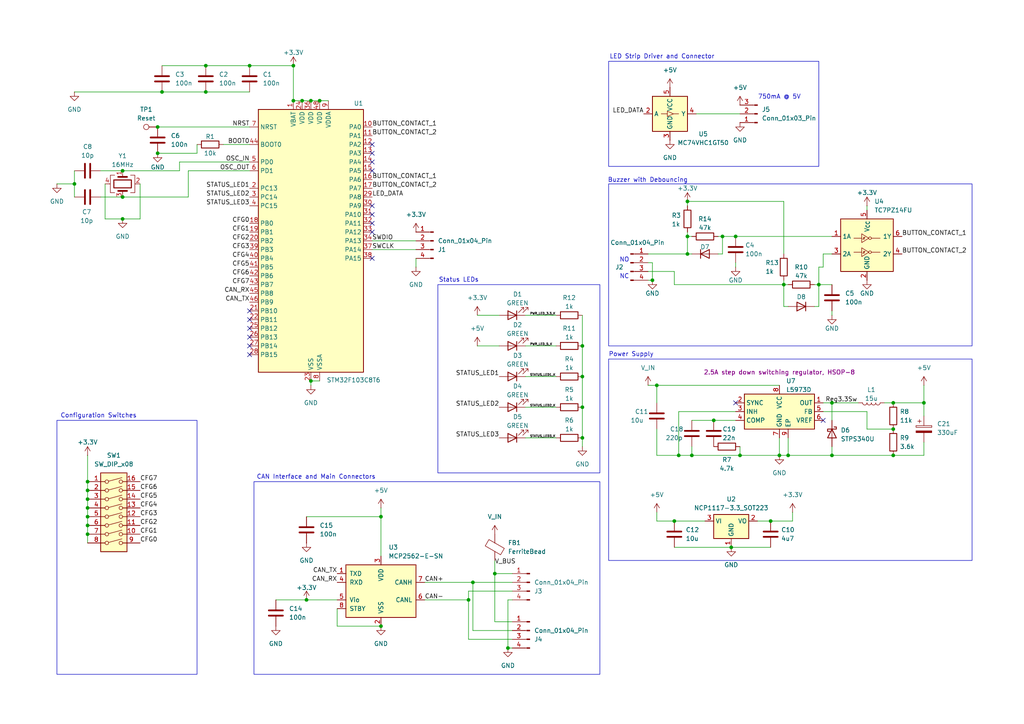
<source format=kicad_sch>
(kicad_sch
	(version 20250114)
	(generator "eeschema")
	(generator_version "9.0")
	(uuid "19263075-2e14-4c1c-b140-be1cece82e7d")
	(paper "A4")
	
	(rectangle
		(start 176.53 104.14)
		(end 281.94 162.56)
		(stroke
			(width 0)
			(type default)
		)
		(fill
			(type none)
		)
		(uuid 23c67946-7944-4d44-b21d-0ec6a7aaeb80)
	)
	(rectangle
		(start 127 82.55)
		(end 173.99 137.16)
		(stroke
			(width 0)
			(type default)
		)
		(fill
			(type none)
		)
		(uuid 3ec2cf12-3316-4ad5-9e48-656f29b6ec7c)
	)
	(rectangle
		(start 73.66 139.7)
		(end 173.99 195.58)
		(stroke
			(width 0)
			(type default)
		)
		(fill
			(type none)
		)
		(uuid 614fc8b1-1614-4757-b308-26632a14bc81)
	)
	(rectangle
		(start 176.53 53.34)
		(end 281.94 100.33)
		(stroke
			(width 0)
			(type default)
		)
		(fill
			(type none)
		)
		(uuid 743e7db7-e866-481f-ada0-9cd999483b74)
	)
	(rectangle
		(start 176.53 17.78)
		(end 237.49 48.26)
		(stroke
			(width 0)
			(type default)
		)
		(fill
			(type none)
		)
		(uuid 77fc0092-700a-41d7-9d93-e847315bbabf)
	)
	(rectangle
		(start 16.51 121.92)
		(end 57.15 195.58)
		(stroke
			(width 0)
			(type default)
		)
		(fill
			(type none)
		)
		(uuid b466160f-2013-4056-80ea-b88fbadd875e)
	)
	(text "Configuration Switches"
		(exclude_from_sim no)
		(at 17.526 120.65 0)
		(effects
			(font
				(size 1.27 1.27)
			)
			(justify left)
		)
		(uuid "37b19a70-d6c3-46fc-b951-70b3fd6518dc")
	)
	(text "Buzzer with Debouncing"
		(exclude_from_sim no)
		(at 176.276 52.324 0)
		(effects
			(font
				(size 1.27 1.27)
			)
			(justify left)
		)
		(uuid "719b8407-7060-419a-a828-1aa8660ea21e")
	)
	(text "CAN Interface and Main Connectors"
		(exclude_from_sim no)
		(at 74.422 138.43 0)
		(effects
			(font
				(size 1.27 1.27)
			)
			(justify left)
		)
		(uuid "7ddce0f7-c330-4995-8064-dfc301e672b6")
	)
	(text "NC"
		(exclude_from_sim no)
		(at 181.102 80.264 0)
		(effects
			(font
				(size 1.27 1.27)
			)
		)
		(uuid "815a38bd-1eff-4e25-a285-0768ecd29123")
	)
	(text "NO"
		(exclude_from_sim no)
		(at 181.102 75.438 0)
		(effects
			(font
				(size 1.27 1.27)
			)
		)
		(uuid "96dcbd12-7adc-4cf8-aed6-af31ca0f2aae")
	)
	(text "Power Supply"
		(exclude_from_sim no)
		(at 176.53 102.87 0)
		(effects
			(font
				(size 1.27 1.27)
			)
			(justify left)
		)
		(uuid "b3c0fb1b-54e7-4bfc-806c-bb7588d275b1")
	)
	(text "750mA @ 5V"
		(exclude_from_sim no)
		(at 226.06 28.194 0)
		(effects
			(font
				(size 1.27 1.27)
			)
		)
		(uuid "b85a5c02-fa83-461d-83e3-97304678a0df")
	)
	(text "LED Strip Driver and Connector"
		(exclude_from_sim no)
		(at 176.784 16.51 0)
		(effects
			(font
				(size 1.27 1.27)
			)
			(justify left)
		)
		(uuid "eb137765-0cde-4ad6-8c7e-e6df30883dcb")
	)
	(text "Status LEDs"
		(exclude_from_sim no)
		(at 127.254 81.28 0)
		(effects
			(font
				(size 1.27 1.27)
			)
			(justify left)
		)
		(uuid "f417197e-e46c-46f5-8146-b3bbcc0bf4fc")
	)
	(junction
		(at 35.56 57.15)
		(diameter 0)
		(color 0 0 0 0)
		(uuid "0072b523-77c6-4264-930f-487df73ad49f")
	)
	(junction
		(at 199.39 73.66)
		(diameter 0)
		(color 0 0 0 0)
		(uuid "022eac4e-119b-42a4-ac9a-063ec3170e37")
	)
	(junction
		(at 59.69 19.05)
		(diameter 0)
		(color 0 0 0 0)
		(uuid "0402ce2f-87f9-4970-89ad-ac3819bf12d6")
	)
	(junction
		(at 168.91 100.33)
		(diameter 0)
		(color 0 0 0 0)
		(uuid "0a5984a4-9313-4450-a0e2-2728c256fac6")
	)
	(junction
		(at 228.6 132.08)
		(diameter 0)
		(color 0 0 0 0)
		(uuid "1011dad9-bddb-49a7-a0a5-5d6f89afded3")
	)
	(junction
		(at 226.06 132.08)
		(diameter 0)
		(color 0 0 0 0)
		(uuid "1185b788-8e1f-4e1b-b5e8-1444ce1cf827")
	)
	(junction
		(at 59.69 26.67)
		(diameter 0)
		(color 0 0 0 0)
		(uuid "128959b9-b85f-423e-bcce-6e35d4b8fe21")
	)
	(junction
		(at 137.16 168.91)
		(diameter 0)
		(color 0 0 0 0)
		(uuid "154b48ca-5a86-4035-9c38-9784706cd0b5")
	)
	(junction
		(at 25.4 152.4)
		(diameter 0)
		(color 0 0 0 0)
		(uuid "168c8e4f-7460-4a5d-9d93-5328b72eb8fe")
	)
	(junction
		(at 25.4 149.86)
		(diameter 0)
		(color 0 0 0 0)
		(uuid "18c6d6b2-4b84-4c89-ab81-d660aead6fbe")
	)
	(junction
		(at 168.91 118.11)
		(diameter 0)
		(color 0 0 0 0)
		(uuid "20fcce97-dc53-43a7-be87-c884424d2505")
	)
	(junction
		(at 90.17 29.21)
		(diameter 0)
		(color 0 0 0 0)
		(uuid "249ad71e-3d16-4636-adb8-993d06ee3800")
	)
	(junction
		(at 143.51 166.37)
		(diameter 0)
		(color 0 0 0 0)
		(uuid "29932bfd-d0c3-4cc6-8f23-395ece279acb")
	)
	(junction
		(at 90.17 110.49)
		(diameter 0)
		(color 0 0 0 0)
		(uuid "2b59d6cc-5ac0-4eee-aa3f-18f85cfb19c0")
	)
	(junction
		(at 25.4 144.78)
		(diameter 0)
		(color 0 0 0 0)
		(uuid "32ce0a2f-7feb-4048-ad5f-bdf3fc3b501b")
	)
	(junction
		(at 213.36 68.58)
		(diameter 0)
		(color 0 0 0 0)
		(uuid "366faba3-09c2-45fa-ad12-4cbc4555bb23")
	)
	(junction
		(at 190.5 111.76)
		(diameter 0)
		(color 0 0 0 0)
		(uuid "36d7591a-c182-4144-b96b-2ca3699f3950")
	)
	(junction
		(at 147.32 187.96)
		(diameter 0)
		(color 0 0 0 0)
		(uuid "38cdbfd2-f585-443c-aa7c-0b34dc91c0a4")
	)
	(junction
		(at 87.63 29.21)
		(diameter 0)
		(color 0 0 0 0)
		(uuid "399711ca-5b01-4c3e-82af-2121ef5c8f57")
	)
	(junction
		(at 88.9 173.99)
		(diameter 0)
		(color 0 0 0 0)
		(uuid "4039a61a-b0e1-4eed-89c7-5da9a0d7c3e5")
	)
	(junction
		(at 237.49 82.55)
		(diameter 0)
		(color 0 0 0 0)
		(uuid "4a809945-5fd7-4c50-9491-b4eb83d96964")
	)
	(junction
		(at 168.91 127)
		(diameter 0)
		(color 0 0 0 0)
		(uuid "4f399113-a058-46fb-b4bf-b75f105b9f42")
	)
	(junction
		(at 199.39 68.58)
		(diameter 0)
		(color 0 0 0 0)
		(uuid "53f2f894-054b-4465-8fe5-6eab50f5611a")
	)
	(junction
		(at 110.49 181.61)
		(diameter 0)
		(color 0 0 0 0)
		(uuid "6c120f95-fd00-4c3d-8d92-b19f46a86d76")
	)
	(junction
		(at 259.08 132.08)
		(diameter 0)
		(color 0 0 0 0)
		(uuid "71776ace-88ca-4b2d-9e5a-cb3a354ca0b2")
	)
	(junction
		(at 200.66 132.08)
		(diameter 0)
		(color 0 0 0 0)
		(uuid "73234447-d924-47db-9dbd-99d34b236ae8")
	)
	(junction
		(at 267.97 116.84)
		(diameter 0)
		(color 0 0 0 0)
		(uuid "7584aa4a-85c0-4975-b981-dec4be8cab76")
	)
	(junction
		(at 35.56 49.53)
		(diameter 0)
		(color 0 0 0 0)
		(uuid "78e40e73-fca5-427d-89ed-acae12f4c259")
	)
	(junction
		(at 209.55 68.58)
		(diameter 0)
		(color 0 0 0 0)
		(uuid "7ed13373-50ac-469c-a2e3-1a351a5aefe3")
	)
	(junction
		(at 189.23 81.28)
		(diameter 0)
		(color 0 0 0 0)
		(uuid "8b1186ff-fb98-4256-b9cb-516664a36008")
	)
	(junction
		(at 25.4 147.32)
		(diameter 0)
		(color 0 0 0 0)
		(uuid "8b6e8f2a-27e3-4b1a-bd0e-f52871dbdb43")
	)
	(junction
		(at 207.01 121.92)
		(diameter 0)
		(color 0 0 0 0)
		(uuid "8d45d41f-40d6-44e9-847e-e88c00cc7310")
	)
	(junction
		(at 214.63 132.08)
		(diameter 0)
		(color 0 0 0 0)
		(uuid "90b300b4-b894-4c6f-9b00-901ed78bacad")
	)
	(junction
		(at 196.85 132.08)
		(diameter 0)
		(color 0 0 0 0)
		(uuid "99a6fed0-b08e-4296-b6d9-537fa9ef5235")
	)
	(junction
		(at 199.39 58.42)
		(diameter 0)
		(color 0 0 0 0)
		(uuid "9a7a1bba-1430-4294-817f-188b62d1943c")
	)
	(junction
		(at 259.08 116.84)
		(diameter 0)
		(color 0 0 0 0)
		(uuid "a2c35e8b-28ff-4984-b977-c300bce0f377")
	)
	(junction
		(at 110.49 149.86)
		(diameter 0)
		(color 0 0 0 0)
		(uuid "a907a4e6-2ab5-43eb-8512-256a06d64038")
	)
	(junction
		(at 227.33 82.55)
		(diameter 0)
		(color 0 0 0 0)
		(uuid "a919e330-9291-4d67-b6c4-b13a7c82fc18")
	)
	(junction
		(at 241.3 116.84)
		(diameter 0)
		(color 0 0 0 0)
		(uuid "b3599045-2889-4187-945b-589d2207b37a")
	)
	(junction
		(at 72.39 19.05)
		(diameter 0)
		(color 0 0 0 0)
		(uuid "b7fb4268-dc41-44e6-8655-4af1793f3a45")
	)
	(junction
		(at 135.89 173.99)
		(diameter 0)
		(color 0 0 0 0)
		(uuid "b9d18b2d-30e3-4148-8f84-cfee5aa38509")
	)
	(junction
		(at 259.08 124.46)
		(diameter 0)
		(color 0 0 0 0)
		(uuid "bd4a206f-2d9e-4aa7-a0c9-f544461debda")
	)
	(junction
		(at 92.71 29.21)
		(diameter 0)
		(color 0 0 0 0)
		(uuid "bd63f6d4-eb53-4ed6-aa2a-75390a7053cb")
	)
	(junction
		(at 46.99 26.67)
		(diameter 0)
		(color 0 0 0 0)
		(uuid "c0b29022-0464-4906-833c-0a46df749d49")
	)
	(junction
		(at 25.4 139.7)
		(diameter 0)
		(color 0 0 0 0)
		(uuid "c89d878b-9af4-492c-a238-6cc0da1ab32a")
	)
	(junction
		(at 35.56 63.5)
		(diameter 0)
		(color 0 0 0 0)
		(uuid "cca43cab-9e06-46e2-9bb2-5fad9b3a2e30")
	)
	(junction
		(at 25.4 142.24)
		(diameter 0)
		(color 0 0 0 0)
		(uuid "d0a1f97b-68a1-4a3a-84d9-0ef7cac97dba")
	)
	(junction
		(at 45.72 36.83)
		(diameter 0)
		(color 0 0 0 0)
		(uuid "d45c2fdf-b6da-4edb-aeaf-9db67f2d8b1d")
	)
	(junction
		(at 168.91 109.22)
		(diameter 0)
		(color 0 0 0 0)
		(uuid "d5a4c53e-cc23-4acf-b18d-8f53ef48c92a")
	)
	(junction
		(at 223.52 151.13)
		(diameter 0)
		(color 0 0 0 0)
		(uuid "d8a8d9e4-8eca-4668-8f4f-d35562c117fd")
	)
	(junction
		(at 85.09 29.21)
		(diameter 0)
		(color 0 0 0 0)
		(uuid "e595b548-3f4d-4147-b16b-6bbf1ad6a7a2")
	)
	(junction
		(at 195.58 151.13)
		(diameter 0)
		(color 0 0 0 0)
		(uuid "ec64760a-ff87-4873-81f9-1bce3339c2dd")
	)
	(junction
		(at 21.59 53.34)
		(diameter 0)
		(color 0 0 0 0)
		(uuid "ec795efc-a571-409f-a6ce-646607884533")
	)
	(junction
		(at 212.09 158.75)
		(diameter 0)
		(color 0 0 0 0)
		(uuid "eef91584-61fa-4a48-9c00-9a59f63aaae2")
	)
	(junction
		(at 25.4 154.94)
		(diameter 0)
		(color 0 0 0 0)
		(uuid "f54a3756-4a95-4a93-9307-30a590008261")
	)
	(junction
		(at 85.09 19.05)
		(diameter 0)
		(color 0 0 0 0)
		(uuid "fd35f0f2-41d7-45d4-b212-a9d3a14c6690")
	)
	(junction
		(at 241.3 132.08)
		(diameter 0)
		(color 0 0 0 0)
		(uuid "fdfc1c58-f259-4f93-bc9f-73a3b7db673b")
	)
	(junction
		(at 45.72 44.45)
		(diameter 0)
		(color 0 0 0 0)
		(uuid "fe0ff851-deef-4953-9e06-0347fdc8bc28")
	)
	(no_connect
		(at 107.95 59.69)
		(uuid "0778d0a2-aa32-4a9c-b6f3-c3e16f8dc3d8")
	)
	(no_connect
		(at 107.95 67.31)
		(uuid "1bc4120d-ead5-409b-b6fb-9dbb8b645329")
	)
	(no_connect
		(at 107.95 46.99)
		(uuid "2f30fee0-9e3a-483e-a6fe-cd71f2d579ff")
	)
	(no_connect
		(at 72.39 97.79)
		(uuid "3fb9f79d-96a1-4c19-96ea-e59eacccf9f5")
	)
	(no_connect
		(at 107.95 62.23)
		(uuid "4095179e-42ad-44f6-815d-db842634be91")
	)
	(no_connect
		(at 107.95 44.45)
		(uuid "51c4d364-b10f-4b3e-acee-9a7da108087a")
	)
	(no_connect
		(at 72.39 102.87)
		(uuid "58ccbf30-bd0f-45f2-9468-b3a2ab5914dd")
	)
	(no_connect
		(at 72.39 90.17)
		(uuid "5b26b235-7cf5-4d4c-811e-a510b350cb1e")
	)
	(no_connect
		(at 72.39 95.25)
		(uuid "67514afc-c915-43ee-a1cf-259ae50df2aa")
	)
	(no_connect
		(at 107.95 74.93)
		(uuid "6d061538-ca14-4a0f-ae5d-bf9ceda65e03")
	)
	(no_connect
		(at 107.95 49.53)
		(uuid "7574d9bd-f733-43c4-b535-909a651bb32b")
	)
	(no_connect
		(at 213.36 116.84)
		(uuid "779c9968-ad8d-4c09-bfa8-0d4b9ea9ba53")
	)
	(no_connect
		(at 238.76 121.92)
		(uuid "9458ed2a-12aa-4099-a1d1-a24ac28cc139")
	)
	(no_connect
		(at 72.39 100.33)
		(uuid "97c84623-7b5a-4662-9d78-f07fca001de3")
	)
	(no_connect
		(at 107.95 41.91)
		(uuid "ac2db4d2-0af4-4f13-badb-f107cb5c20e7")
	)
	(no_connect
		(at 72.39 92.71)
		(uuid "bb974523-1de8-4cb1-9556-74c70bec9c2a")
	)
	(no_connect
		(at 107.95 64.77)
		(uuid "ee42e168-7a64-40ea-9d4c-3f848947ed76")
	)
	(wire
		(pts
			(xy 195.58 78.74) (xy 195.58 82.55)
		)
		(stroke
			(width 0)
			(type default)
		)
		(uuid "000de9ea-2242-415c-9f60-b7e2dd347dd5")
	)
	(wire
		(pts
			(xy 228.6 132.08) (xy 241.3 132.08)
		)
		(stroke
			(width 0)
			(type default)
		)
		(uuid "01a0e334-c978-44e6-8ace-746b7c0e945a")
	)
	(wire
		(pts
			(xy 213.36 119.38) (xy 196.85 119.38)
		)
		(stroke
			(width 0)
			(type default)
		)
		(uuid "04de055b-fc80-4cf4-854d-674b3af6d8ff")
	)
	(wire
		(pts
			(xy 196.85 119.38) (xy 196.85 132.08)
		)
		(stroke
			(width 0)
			(type default)
		)
		(uuid "0bbfcbcb-088c-4f23-95bf-38f1fff22cd7")
	)
	(wire
		(pts
			(xy 110.49 149.86) (xy 110.49 161.29)
		)
		(stroke
			(width 0)
			(type default)
		)
		(uuid "0c5c9650-83b4-409a-bde1-f97c3f7f04a2")
	)
	(wire
		(pts
			(xy 135.89 171.45) (xy 148.59 171.45)
		)
		(stroke
			(width 0)
			(type default)
		)
		(uuid "0ec91b38-b9f5-443d-ac18-7500210b7219")
	)
	(wire
		(pts
			(xy 168.91 91.44) (xy 168.91 100.33)
		)
		(stroke
			(width 0)
			(type default)
		)
		(uuid "0ee7b60a-6fb7-46da-ad1f-1468bd936551")
	)
	(wire
		(pts
			(xy 190.5 111.76) (xy 226.06 111.76)
		)
		(stroke
			(width 0)
			(type default)
		)
		(uuid "124c5f17-9d32-40d1-adb6-3913210a0ef2")
	)
	(wire
		(pts
			(xy 90.17 110.49) (xy 90.17 111.76)
		)
		(stroke
			(width 0)
			(type default)
		)
		(uuid "12e12818-f017-467e-82e1-9d65d01e195c")
	)
	(wire
		(pts
			(xy 143.51 166.37) (xy 148.59 166.37)
		)
		(stroke
			(width 0)
			(type default)
		)
		(uuid "14ef4c6d-3af5-4410-a028-36b2ec03a64e")
	)
	(wire
		(pts
			(xy 52.07 49.53) (xy 35.56 49.53)
		)
		(stroke
			(width 0)
			(type default)
		)
		(uuid "1938f273-d657-4f64-bde3-10b4f4d8ee5b")
	)
	(wire
		(pts
			(xy 97.79 181.61) (xy 110.49 181.61)
		)
		(stroke
			(width 0)
			(type default)
		)
		(uuid "19fb19ca-707d-48b9-b5f2-3effe2f187af")
	)
	(wire
		(pts
			(xy 241.3 116.84) (xy 241.3 121.92)
		)
		(stroke
			(width 0)
			(type default)
		)
		(uuid "1d7cc9da-7fae-47ca-a7a7-8f93364690e9")
	)
	(wire
		(pts
			(xy 54.61 49.53) (xy 54.61 57.15)
		)
		(stroke
			(width 0)
			(type default)
		)
		(uuid "1e7f3c47-6ccf-4f99-b781-071a2e174597")
	)
	(wire
		(pts
			(xy 25.4 144.78) (xy 25.4 147.32)
		)
		(stroke
			(width 0)
			(type default)
		)
		(uuid "1fdc6a50-1899-4ae6-b33c-a2616deb4141")
	)
	(wire
		(pts
			(xy 227.33 82.55) (xy 227.33 88.9)
		)
		(stroke
			(width 0)
			(type default)
		)
		(uuid "20d4df57-0bf5-4715-8dc3-7aada2917b74")
	)
	(wire
		(pts
			(xy 267.97 128.27) (xy 267.97 132.08)
		)
		(stroke
			(width 0)
			(type default)
		)
		(uuid "22215599-f6a2-44a0-a23c-4819d12a3247")
	)
	(wire
		(pts
			(xy 199.39 58.42) (xy 199.39 59.69)
		)
		(stroke
			(width 0)
			(type default)
		)
		(uuid "2344765d-60e5-48b2-939b-79667249b7d9")
	)
	(wire
		(pts
			(xy 138.43 91.44) (xy 144.78 91.44)
		)
		(stroke
			(width 0)
			(type default)
		)
		(uuid "241d2c2a-1724-44a3-9008-5eaa1c1f05d9")
	)
	(wire
		(pts
			(xy 72.39 46.99) (xy 52.07 46.99)
		)
		(stroke
			(width 0)
			(type default)
		)
		(uuid "27e09aa9-1ad3-4e78-83e1-ecb6400cf6ac")
	)
	(wire
		(pts
			(xy 229.87 148.59) (xy 229.87 151.13)
		)
		(stroke
			(width 0)
			(type default)
		)
		(uuid "2a215a98-603b-4a4b-b7a5-7d92111c4928")
	)
	(wire
		(pts
			(xy 237.49 88.9) (xy 236.22 88.9)
		)
		(stroke
			(width 0)
			(type default)
		)
		(uuid "2baa4836-cf5b-41e1-b3fb-254096b52010")
	)
	(wire
		(pts
			(xy 238.76 77.47) (xy 238.76 73.66)
		)
		(stroke
			(width 0)
			(type default)
		)
		(uuid "2d40c400-b918-4455-9d59-82ff4f691436")
	)
	(wire
		(pts
			(xy 212.09 158.75) (xy 223.52 158.75)
		)
		(stroke
			(width 0)
			(type default)
		)
		(uuid "2db74a61-3da2-476a-968f-ea3f78b35fd0")
	)
	(wire
		(pts
			(xy 237.49 77.47) (xy 238.76 77.47)
		)
		(stroke
			(width 0)
			(type default)
		)
		(uuid "2f6e3b82-20aa-42d1-92c3-b1efd861f8f3")
	)
	(wire
		(pts
			(xy 138.43 100.33) (xy 144.78 100.33)
		)
		(stroke
			(width 0)
			(type default)
		)
		(uuid "3000b3e9-4b62-4a27-86a8-967a8803fb94")
	)
	(wire
		(pts
			(xy 200.66 73.66) (xy 199.39 73.66)
		)
		(stroke
			(width 0)
			(type default)
		)
		(uuid "32c7d516-4798-442a-8d3c-e5eb2d3e8a94")
	)
	(wire
		(pts
			(xy 87.63 29.21) (xy 85.09 29.21)
		)
		(stroke
			(width 0)
			(type default)
		)
		(uuid "33687124-7920-4084-82cc-510c2f008db2")
	)
	(wire
		(pts
			(xy 21.59 53.34) (xy 21.59 57.15)
		)
		(stroke
			(width 0)
			(type default)
		)
		(uuid "344b057a-6a8c-4bad-9d30-b3cfce991656")
	)
	(wire
		(pts
			(xy 267.97 116.84) (xy 267.97 120.65)
		)
		(stroke
			(width 0)
			(type default)
		)
		(uuid "36303275-7593-440c-920f-0a978e988440")
	)
	(wire
		(pts
			(xy 135.89 173.99) (xy 135.89 171.45)
		)
		(stroke
			(width 0)
			(type default)
		)
		(uuid "3838086e-521e-4665-9d92-115621beda95")
	)
	(wire
		(pts
			(xy 227.33 81.28) (xy 227.33 82.55)
		)
		(stroke
			(width 0)
			(type default)
		)
		(uuid "3a11b3b7-143a-4159-9617-c5ddba0d86e4")
	)
	(wire
		(pts
			(xy 25.4 139.7) (xy 25.4 142.24)
		)
		(stroke
			(width 0)
			(type default)
		)
		(uuid "3a17ec97-b4c2-473d-a0d5-6fd57dbcbfc2")
	)
	(wire
		(pts
			(xy 251.46 124.46) (xy 259.08 124.46)
		)
		(stroke
			(width 0)
			(type default)
		)
		(uuid "3ae15d1b-cae5-4e94-8ab3-692493c8dcd2")
	)
	(wire
		(pts
			(xy 199.39 73.66) (xy 199.39 68.58)
		)
		(stroke
			(width 0)
			(type default)
		)
		(uuid "3b139fe8-218a-4ad8-8bb2-0f65d99db6c6")
	)
	(wire
		(pts
			(xy 195.58 151.13) (xy 204.47 151.13)
		)
		(stroke
			(width 0)
			(type default)
		)
		(uuid "3b9b67b9-36c7-49fa-9953-22eb51967234")
	)
	(wire
		(pts
			(xy 123.19 173.99) (xy 135.89 173.99)
		)
		(stroke
			(width 0)
			(type default)
		)
		(uuid "414fa327-76b2-45b3-851f-aa939771192b")
	)
	(wire
		(pts
			(xy 190.5 132.08) (xy 196.85 132.08)
		)
		(stroke
			(width 0)
			(type default)
		)
		(uuid "4181b9b3-bab0-4874-adeb-0448a33b7de8")
	)
	(wire
		(pts
			(xy 256.54 116.84) (xy 259.08 116.84)
		)
		(stroke
			(width 0)
			(type default)
		)
		(uuid "42f0c8bd-5271-450f-80a4-a46d663dae31")
	)
	(wire
		(pts
			(xy 187.96 76.2) (xy 189.23 76.2)
		)
		(stroke
			(width 0)
			(type default)
		)
		(uuid "43e13bc2-575b-44cc-8288-127d0675e177")
	)
	(wire
		(pts
			(xy 251.46 124.46) (xy 251.46 119.38)
		)
		(stroke
			(width 0)
			(type default)
		)
		(uuid "450d51b7-80af-4696-9397-7d66c3bd1d63")
	)
	(wire
		(pts
			(xy 147.32 187.96) (xy 148.59 187.96)
		)
		(stroke
			(width 0)
			(type default)
		)
		(uuid "47a7c78b-f2f0-4e04-a82e-ad262d7472af")
	)
	(wire
		(pts
			(xy 190.5 148.59) (xy 190.5 151.13)
		)
		(stroke
			(width 0)
			(type default)
		)
		(uuid "4dabe9b3-843e-4cd3-857c-d165cfae1501")
	)
	(wire
		(pts
			(xy 135.89 173.99) (xy 135.89 185.42)
		)
		(stroke
			(width 0)
			(type default)
		)
		(uuid "4ddffc87-7d98-4efb-ae5b-8ac35817cc3e")
	)
	(wire
		(pts
			(xy 25.4 142.24) (xy 25.4 144.78)
		)
		(stroke
			(width 0)
			(type default)
		)
		(uuid "4f81d07e-7559-4d7a-b5ff-0d938fd10675")
	)
	(wire
		(pts
			(xy 237.49 77.47) (xy 237.49 82.55)
		)
		(stroke
			(width 0)
			(type default)
		)
		(uuid "4fea8744-2182-4966-9e89-af2d547ce9a7")
	)
	(wire
		(pts
			(xy 120.65 74.93) (xy 120.65 77.47)
		)
		(stroke
			(width 0)
			(type default)
		)
		(uuid "50703db6-8583-46dc-a2c2-154117176bb7")
	)
	(wire
		(pts
			(xy 226.06 132.08) (xy 228.6 132.08)
		)
		(stroke
			(width 0)
			(type default)
		)
		(uuid "566d7dbc-926e-4689-9d3f-9368a9108c52")
	)
	(wire
		(pts
			(xy 251.46 59.69) (xy 251.46 60.96)
		)
		(stroke
			(width 0)
			(type default)
		)
		(uuid "56d2abd2-c5f1-4054-9d00-11857b35ab71")
	)
	(wire
		(pts
			(xy 209.55 68.58) (xy 213.36 68.58)
		)
		(stroke
			(width 0)
			(type default)
		)
		(uuid "58cdf79c-8b44-4023-8add-f029a6b87e05")
	)
	(wire
		(pts
			(xy 29.21 57.15) (xy 35.56 57.15)
		)
		(stroke
			(width 0)
			(type default)
		)
		(uuid "592e5450-5405-49c1-82b2-ad08b8bd47b9")
	)
	(wire
		(pts
			(xy 90.17 110.49) (xy 92.71 110.49)
		)
		(stroke
			(width 0)
			(type default)
		)
		(uuid "5a96dd34-bc06-4191-bce4-ac2fba63458f")
	)
	(wire
		(pts
			(xy 25.4 152.4) (xy 25.4 154.94)
		)
		(stroke
			(width 0)
			(type default)
		)
		(uuid "5e9dc771-c9e5-469d-98d8-57dc47611b54")
	)
	(wire
		(pts
			(xy 25.4 132.08) (xy 25.4 139.7)
		)
		(stroke
			(width 0)
			(type default)
		)
		(uuid "6049f281-0635-4300-9174-a124cf526896")
	)
	(wire
		(pts
			(xy 200.66 129.54) (xy 200.66 132.08)
		)
		(stroke
			(width 0)
			(type default)
		)
		(uuid "61517793-15d6-45f2-b50e-405e17e1660d")
	)
	(wire
		(pts
			(xy 92.71 29.21) (xy 90.17 29.21)
		)
		(stroke
			(width 0)
			(type default)
		)
		(uuid "62ae2f4b-425c-474d-aa66-b61d37f187ef")
	)
	(wire
		(pts
			(xy 190.5 111.76) (xy 190.5 116.84)
		)
		(stroke
			(width 0)
			(type default)
		)
		(uuid "62f1f17a-6b6b-49a4-a780-81666fecdf76")
	)
	(wire
		(pts
			(xy 214.63 132.08) (xy 226.06 132.08)
		)
		(stroke
			(width 0)
			(type default)
		)
		(uuid "6337faff-4f33-437e-ad3d-a252174ef9cb")
	)
	(wire
		(pts
			(xy 40.64 53.34) (xy 40.64 63.5)
		)
		(stroke
			(width 0)
			(type default)
		)
		(uuid "66020eb4-46b8-47ca-8a8a-a88ce58abe3c")
	)
	(wire
		(pts
			(xy 190.5 151.13) (xy 195.58 151.13)
		)
		(stroke
			(width 0)
			(type default)
		)
		(uuid "6a9b3877-ad7c-4408-b6c8-24256d031d77")
	)
	(wire
		(pts
			(xy 168.91 118.11) (xy 168.91 127)
		)
		(stroke
			(width 0)
			(type default)
		)
		(uuid "6e2d4070-d363-4e24-bb7d-fe9960cd50a4")
	)
	(wire
		(pts
			(xy 241.3 116.84) (xy 248.92 116.84)
		)
		(stroke
			(width 0)
			(type default)
		)
		(uuid "6eb37057-640d-44b3-95c6-eef07c0552b7")
	)
	(wire
		(pts
			(xy 143.51 180.34) (xy 148.59 180.34)
		)
		(stroke
			(width 0)
			(type default)
		)
		(uuid "75c88008-4a59-4941-a752-c2376ad0c5c6")
	)
	(wire
		(pts
			(xy 123.19 168.91) (xy 137.16 168.91)
		)
		(stroke
			(width 0)
			(type default)
		)
		(uuid "7677097d-eeeb-4109-ab7a-3260a560c0af")
	)
	(wire
		(pts
			(xy 35.56 63.5) (xy 40.64 63.5)
		)
		(stroke
			(width 0)
			(type default)
		)
		(uuid "78ebacfe-3512-4a91-a685-c5e269d4d476")
	)
	(wire
		(pts
			(xy 21.59 49.53) (xy 21.59 53.34)
		)
		(stroke
			(width 0)
			(type default)
		)
		(uuid "7a5c6c4d-31e1-4631-bbd9-2f70433a58fa")
	)
	(wire
		(pts
			(xy 152.4 100.33) (xy 161.29 100.33)
		)
		(stroke
			(width 0)
			(type default)
		)
		(uuid "7d052de5-b337-4dfb-8b81-9f259e5cfc94")
	)
	(wire
		(pts
			(xy 25.4 149.86) (xy 25.4 152.4)
		)
		(stroke
			(width 0)
			(type default)
		)
		(uuid "7d843b4d-cd9d-4518-a6e6-0ebb93be8e39")
	)
	(wire
		(pts
			(xy 135.89 185.42) (xy 148.59 185.42)
		)
		(stroke
			(width 0)
			(type default)
		)
		(uuid "7da798df-8621-48f9-bc2b-8b47ca07d327")
	)
	(wire
		(pts
			(xy 148.59 173.99) (xy 147.32 173.99)
		)
		(stroke
			(width 0)
			(type default)
		)
		(uuid "7dcc0943-fe59-4d79-988f-8e8a00a19a42")
	)
	(wire
		(pts
			(xy 143.51 162.56) (xy 143.51 166.37)
		)
		(stroke
			(width 0)
			(type default)
		)
		(uuid "7f2e73ed-8279-4265-9bc9-0bbeb8eecfd7")
	)
	(wire
		(pts
			(xy 208.28 73.66) (xy 209.55 73.66)
		)
		(stroke
			(width 0)
			(type default)
		)
		(uuid "802499de-aafe-4393-9873-e891b2ad84f1")
	)
	(wire
		(pts
			(xy 46.99 26.67) (xy 59.69 26.67)
		)
		(stroke
			(width 0)
			(type default)
		)
		(uuid "8a66c779-bd84-4635-aea2-dc2f4a11f639")
	)
	(wire
		(pts
			(xy 259.08 132.08) (xy 267.97 132.08)
		)
		(stroke
			(width 0)
			(type default)
		)
		(uuid "8b326bad-75a6-4083-a388-8f46f81a5a70")
	)
	(wire
		(pts
			(xy 57.15 41.91) (xy 57.15 44.45)
		)
		(stroke
			(width 0)
			(type default)
		)
		(uuid "8b34d129-0f6d-498e-a534-957640452560")
	)
	(wire
		(pts
			(xy 87.63 29.21) (xy 90.17 29.21)
		)
		(stroke
			(width 0)
			(type default)
		)
		(uuid "8dd82040-38ce-4996-9210-9dbc290d282a")
	)
	(wire
		(pts
			(xy 88.9 149.86) (xy 110.49 149.86)
		)
		(stroke
			(width 0)
			(type default)
		)
		(uuid "8e6c8a2f-3d8b-410b-bf55-fbd0c8c1fdc2")
	)
	(wire
		(pts
			(xy 143.51 166.37) (xy 143.51 180.34)
		)
		(stroke
			(width 0)
			(type default)
		)
		(uuid "8eedd378-7a1b-4d69-b151-756fa87add63")
	)
	(wire
		(pts
			(xy 152.4 109.22) (xy 161.29 109.22)
		)
		(stroke
			(width 0)
			(type default)
		)
		(uuid "91279579-62b7-44bc-b036-e83801b84e87")
	)
	(wire
		(pts
			(xy 137.16 182.88) (xy 148.59 182.88)
		)
		(stroke
			(width 0)
			(type default)
		)
		(uuid "92ca3912-6759-4f37-b7c1-c406815f99db")
	)
	(wire
		(pts
			(xy 219.71 151.13) (xy 223.52 151.13)
		)
		(stroke
			(width 0)
			(type default)
		)
		(uuid "93ff1b0f-9b78-4528-923b-270e2722adf1")
	)
	(wire
		(pts
			(xy 21.59 26.67) (xy 46.99 26.67)
		)
		(stroke
			(width 0)
			(type default)
		)
		(uuid "959c19d0-ecbd-486d-aeea-4a2208267b52")
	)
	(wire
		(pts
			(xy 25.4 154.94) (xy 25.4 157.48)
		)
		(stroke
			(width 0)
			(type default)
		)
		(uuid "96a3a72a-e42e-4e16-b7b0-ba7242fc54c4")
	)
	(wire
		(pts
			(xy 199.39 67.31) (xy 199.39 68.58)
		)
		(stroke
			(width 0)
			(type default)
		)
		(uuid "97d7b694-6d62-40d1-a096-d91aa7505cbb")
	)
	(wire
		(pts
			(xy 241.3 129.54) (xy 241.3 132.08)
		)
		(stroke
			(width 0)
			(type default)
		)
		(uuid "985c53c6-9c63-49a6-8e04-bc56cc5eb069")
	)
	(wire
		(pts
			(xy 147.32 173.99) (xy 147.32 187.96)
		)
		(stroke
			(width 0)
			(type default)
		)
		(uuid "9aa77c15-4005-46ec-bf1f-4651d92ad263")
	)
	(wire
		(pts
			(xy 190.5 124.46) (xy 190.5 132.08)
		)
		(stroke
			(width 0)
			(type default)
		)
		(uuid "9ce000b6-b22a-4d89-8bd8-62fef16ee551")
	)
	(wire
		(pts
			(xy 52.07 46.99) (xy 52.07 49.53)
		)
		(stroke
			(width 0)
			(type default)
		)
		(uuid "9d7bc3bd-c568-42f5-9c6e-eb14ff66b336")
	)
	(wire
		(pts
			(xy 238.76 116.84) (xy 241.3 116.84)
		)
		(stroke
			(width 0)
			(type default)
		)
		(uuid "a4345017-9ff1-4165-bf56-7560f4fc6395")
	)
	(wire
		(pts
			(xy 213.36 77.47) (xy 213.36 76.2)
		)
		(stroke
			(width 0)
			(type default)
		)
		(uuid "a63b81be-7d55-4197-bdf8-dd54872d608a")
	)
	(wire
		(pts
			(xy 16.51 53.34) (xy 21.59 53.34)
		)
		(stroke
			(width 0)
			(type default)
		)
		(uuid "a943f769-a490-4903-9464-4e2c4d53f651")
	)
	(wire
		(pts
			(xy 200.66 121.92) (xy 207.01 121.92)
		)
		(stroke
			(width 0)
			(type default)
		)
		(uuid "aa193760-4c52-4f1c-904b-cc2c16f9019c")
	)
	(wire
		(pts
			(xy 195.58 158.75) (xy 212.09 158.75)
		)
		(stroke
			(width 0)
			(type default)
		)
		(uuid "ac3706fe-6fdf-46db-9564-ef842d8bbb50")
	)
	(wire
		(pts
			(xy 152.4 91.44) (xy 161.29 91.44)
		)
		(stroke
			(width 0)
			(type default)
		)
		(uuid "ac903ca2-edb3-4b7d-b790-23f6552ec69f")
	)
	(wire
		(pts
			(xy 29.21 49.53) (xy 35.56 49.53)
		)
		(stroke
			(width 0)
			(type default)
		)
		(uuid "af79c497-5ab9-4b3e-be6b-46a58c017386")
	)
	(wire
		(pts
			(xy 45.72 36.83) (xy 72.39 36.83)
		)
		(stroke
			(width 0)
			(type default)
		)
		(uuid "b2764022-b5ce-4c5b-a738-8c25781a227b")
	)
	(wire
		(pts
			(xy 201.93 33.02) (xy 214.63 33.02)
		)
		(stroke
			(width 0)
			(type default)
		)
		(uuid "b27f0d82-60b4-434e-9aff-a46a3215101f")
	)
	(wire
		(pts
			(xy 238.76 73.66) (xy 241.3 73.66)
		)
		(stroke
			(width 0)
			(type default)
		)
		(uuid "b28e07ea-7dd6-457e-ad9d-9abd9b2c4153")
	)
	(wire
		(pts
			(xy 35.56 63.5) (xy 30.48 63.5)
		)
		(stroke
			(width 0)
			(type default)
		)
		(uuid "b2f85611-0afd-486c-a35e-754d466bc2aa")
	)
	(wire
		(pts
			(xy 107.95 72.39) (xy 120.65 72.39)
		)
		(stroke
			(width 0)
			(type default)
		)
		(uuid "b3b2dd00-fea3-46d6-9aeb-7036d88b21c0")
	)
	(wire
		(pts
			(xy 223.52 151.13) (xy 229.87 151.13)
		)
		(stroke
			(width 0)
			(type default)
		)
		(uuid "b3c7a89a-0fa0-4b97-9ded-d7dfe78d2f51")
	)
	(wire
		(pts
			(xy 251.46 119.38) (xy 238.76 119.38)
		)
		(stroke
			(width 0)
			(type default)
		)
		(uuid "b44d681b-06c8-4048-9660-45e3d0a1cea7")
	)
	(wire
		(pts
			(xy 72.39 19.05) (xy 85.09 19.05)
		)
		(stroke
			(width 0)
			(type default)
		)
		(uuid "b4ad95ce-4646-4c84-b189-919363ade530")
	)
	(wire
		(pts
			(xy 228.6 127) (xy 228.6 132.08)
		)
		(stroke
			(width 0)
			(type default)
		)
		(uuid "b58e46aa-a39e-4405-8e77-418a00f39520")
	)
	(wire
		(pts
			(xy 168.91 109.22) (xy 168.91 118.11)
		)
		(stroke
			(width 0)
			(type default)
		)
		(uuid "b6e569f3-9c22-48c7-b007-b1763d88d277")
	)
	(wire
		(pts
			(xy 208.28 68.58) (xy 209.55 68.58)
		)
		(stroke
			(width 0)
			(type default)
		)
		(uuid "b6ec56b6-c8bb-4502-87bf-d54ab50a567b")
	)
	(wire
		(pts
			(xy 259.08 116.84) (xy 267.97 116.84)
		)
		(stroke
			(width 0)
			(type default)
		)
		(uuid "b7cb8ad4-bfc0-4847-87af-1ef2e65c70ed")
	)
	(wire
		(pts
			(xy 168.91 100.33) (xy 168.91 109.22)
		)
		(stroke
			(width 0)
			(type default)
		)
		(uuid "b7daafae-d48e-43e3-a4d2-f01fe2587d1b")
	)
	(wire
		(pts
			(xy 207.01 121.92) (xy 213.36 121.92)
		)
		(stroke
			(width 0)
			(type default)
		)
		(uuid "b8b11154-d9b0-42d6-a773-983f481981e3")
	)
	(wire
		(pts
			(xy 97.79 176.53) (xy 97.79 181.61)
		)
		(stroke
			(width 0)
			(type default)
		)
		(uuid "b8be0aaf-8fef-4823-9020-03848f3e8dfe")
	)
	(wire
		(pts
			(xy 107.95 69.85) (xy 120.65 69.85)
		)
		(stroke
			(width 0)
			(type default)
		)
		(uuid "bbb87353-f0c9-4a99-8d37-14b58abcbb8f")
	)
	(wire
		(pts
			(xy 137.16 168.91) (xy 137.16 182.88)
		)
		(stroke
			(width 0)
			(type default)
		)
		(uuid "bbd5411c-5652-46a2-acd5-76a69ee2636e")
	)
	(wire
		(pts
			(xy 226.06 127) (xy 226.06 132.08)
		)
		(stroke
			(width 0)
			(type default)
		)
		(uuid "be64ff02-a924-456a-a685-ca0998c793a1")
	)
	(wire
		(pts
			(xy 241.3 132.08) (xy 259.08 132.08)
		)
		(stroke
			(width 0)
			(type default)
		)
		(uuid "c0dd6ebb-3820-4f6c-a484-177df986d92c")
	)
	(wire
		(pts
			(xy 152.4 127) (xy 161.29 127)
		)
		(stroke
			(width 0)
			(type default)
		)
		(uuid "c1e5df41-8cae-442c-ab50-d7abdeac2a08")
	)
	(wire
		(pts
			(xy 137.16 168.91) (xy 148.59 168.91)
		)
		(stroke
			(width 0)
			(type default)
		)
		(uuid "c1e7b5c0-0adb-41e2-adf5-002483898ac6")
	)
	(wire
		(pts
			(xy 209.55 68.58) (xy 209.55 73.66)
		)
		(stroke
			(width 0)
			(type default)
		)
		(uuid "c20326d2-b349-4ab2-bacb-49af3955a40e")
	)
	(wire
		(pts
			(xy 195.58 82.55) (xy 227.33 82.55)
		)
		(stroke
			(width 0)
			(type default)
		)
		(uuid "c68034f4-c850-46ab-8565-4d71c7aa9af0")
	)
	(wire
		(pts
			(xy 189.23 76.2) (xy 189.23 81.28)
		)
		(stroke
			(width 0)
			(type default)
		)
		(uuid "c86de52b-e817-4699-bf20-4d4a17a0909e")
	)
	(wire
		(pts
			(xy 196.85 132.08) (xy 200.66 132.08)
		)
		(stroke
			(width 0)
			(type default)
		)
		(uuid "c8b7a48f-b7d9-44ad-852e-d9b1a4d63090")
	)
	(wire
		(pts
			(xy 236.22 82.55) (xy 237.49 82.55)
		)
		(stroke
			(width 0)
			(type default)
		)
		(uuid "ca927015-cb0d-415f-9ed2-876d0481f967")
	)
	(wire
		(pts
			(xy 95.25 29.21) (xy 92.71 29.21)
		)
		(stroke
			(width 0)
			(type default)
		)
		(uuid "cc0ed520-0bef-434e-a32f-403e5a33408c")
	)
	(wire
		(pts
			(xy 54.61 57.15) (xy 35.56 57.15)
		)
		(stroke
			(width 0)
			(type default)
		)
		(uuid "cc5a76f8-f3a6-470e-b65e-59d4c25c3840")
	)
	(wire
		(pts
			(xy 187.96 73.66) (xy 199.39 73.66)
		)
		(stroke
			(width 0)
			(type default)
		)
		(uuid "ce5edfcf-2be9-45a4-873b-1c8e55a9090e")
	)
	(wire
		(pts
			(xy 59.69 19.05) (xy 72.39 19.05)
		)
		(stroke
			(width 0)
			(type default)
		)
		(uuid "d25304b5-103c-4a2b-b499-aab43d76783b")
	)
	(wire
		(pts
			(xy 213.36 68.58) (xy 241.3 68.58)
		)
		(stroke
			(width 0)
			(type default)
		)
		(uuid "d3d2a48e-ff7e-42f8-97fe-8006cb3644f5")
	)
	(wire
		(pts
			(xy 30.48 63.5) (xy 30.48 53.34)
		)
		(stroke
			(width 0)
			(type default)
		)
		(uuid "d46fddfc-a187-487d-b679-3eeae7cfe1b8")
	)
	(wire
		(pts
			(xy 72.39 41.91) (xy 64.77 41.91)
		)
		(stroke
			(width 0)
			(type default)
		)
		(uuid "d7c72f7d-609e-41ee-bcf4-f028577949ec")
	)
	(wire
		(pts
			(xy 54.61 49.53) (xy 72.39 49.53)
		)
		(stroke
			(width 0)
			(type default)
		)
		(uuid "d9adb7c9-bb4c-4fa7-94f6-395b44684f29")
	)
	(wire
		(pts
			(xy 214.63 129.54) (xy 214.63 132.08)
		)
		(stroke
			(width 0)
			(type default)
		)
		(uuid "db0a650b-00a3-4f7a-9e96-18f75317778f")
	)
	(wire
		(pts
			(xy 228.6 88.9) (xy 227.33 88.9)
		)
		(stroke
			(width 0)
			(type default)
		)
		(uuid "e1414918-142e-4246-b6d7-57c88be17547")
	)
	(wire
		(pts
			(xy 85.09 19.05) (xy 85.09 29.21)
		)
		(stroke
			(width 0)
			(type default)
		)
		(uuid "e1bb8007-845b-4f35-b58d-5f248ad50eb9")
	)
	(wire
		(pts
			(xy 199.39 68.58) (xy 200.66 68.58)
		)
		(stroke
			(width 0)
			(type default)
		)
		(uuid "e35dc5b7-7268-4725-b65a-9032f8f206aa")
	)
	(wire
		(pts
			(xy 45.72 44.45) (xy 57.15 44.45)
		)
		(stroke
			(width 0)
			(type default)
		)
		(uuid "e3ef27a1-fbdc-4cca-beb6-c0b79b29aaea")
	)
	(wire
		(pts
			(xy 237.49 82.55) (xy 241.3 82.55)
		)
		(stroke
			(width 0)
			(type default)
		)
		(uuid "e4905e30-806e-4b25-9ce3-ed8d3ce273a6")
	)
	(wire
		(pts
			(xy 227.33 82.55) (xy 228.6 82.55)
		)
		(stroke
			(width 0)
			(type default)
		)
		(uuid "e827ec35-3301-433f-aac5-e1c7a1f13118")
	)
	(wire
		(pts
			(xy 152.4 118.11) (xy 161.29 118.11)
		)
		(stroke
			(width 0)
			(type default)
		)
		(uuid "e9987fd1-55bb-4168-ac1b-2fd7c5ba445a")
	)
	(wire
		(pts
			(xy 25.4 147.32) (xy 25.4 149.86)
		)
		(stroke
			(width 0)
			(type default)
		)
		(uuid "e9b464ef-f1fd-432c-bfa0-c223195fce13")
	)
	(wire
		(pts
			(xy 168.91 127) (xy 168.91 129.54)
		)
		(stroke
			(width 0)
			(type default)
		)
		(uuid "e9d0e901-47c3-4469-b0a8-13e148aea900")
	)
	(wire
		(pts
			(xy 88.9 173.99) (xy 97.79 173.99)
		)
		(stroke
			(width 0)
			(type default)
		)
		(uuid "eb328297-e015-4961-89c9-b86404d819c4")
	)
	(wire
		(pts
			(xy 267.97 111.76) (xy 267.97 116.84)
		)
		(stroke
			(width 0)
			(type default)
		)
		(uuid "ebeaeba6-9697-4f3b-9d4d-591f125a76b1")
	)
	(wire
		(pts
			(xy 59.69 26.67) (xy 72.39 26.67)
		)
		(stroke
			(width 0)
			(type default)
		)
		(uuid "ed115e26-f8f9-4ecb-9fa5-7e409d5b3742")
	)
	(wire
		(pts
			(xy 80.01 173.99) (xy 88.9 173.99)
		)
		(stroke
			(width 0)
			(type default)
		)
		(uuid "ee018562-5f5f-4728-983a-5ca9aafc5faa")
	)
	(wire
		(pts
			(xy 227.33 58.42) (xy 227.33 73.66)
		)
		(stroke
			(width 0)
			(type default)
		)
		(uuid "ef2e7caf-dd24-4268-a6cd-05171a086609")
	)
	(wire
		(pts
			(xy 200.66 132.08) (xy 214.63 132.08)
		)
		(stroke
			(width 0)
			(type default)
		)
		(uuid "f815abcc-83ad-4109-8316-ded906a32c71")
	)
	(wire
		(pts
			(xy 195.58 78.74) (xy 187.96 78.74)
		)
		(stroke
			(width 0)
			(type default)
		)
		(uuid "f8553ce8-8276-4e5d-9c4f-c6ff6a938efb")
	)
	(wire
		(pts
			(xy 187.96 111.76) (xy 190.5 111.76)
		)
		(stroke
			(width 0)
			(type default)
		)
		(uuid "f8935e5e-babd-4b01-87c1-ba6073dae67a")
	)
	(wire
		(pts
			(xy 241.3 91.44) (xy 241.3 90.17)
		)
		(stroke
			(width 0)
			(type default)
		)
		(uuid "f957f4a1-a861-4eeb-922b-aa1cfd819116")
	)
	(wire
		(pts
			(xy 189.23 81.28) (xy 187.96 81.28)
		)
		(stroke
			(width 0)
			(type default)
		)
		(uuid "f9d3a2db-be55-4a00-8b0e-9f7c81c1573f")
	)
	(wire
		(pts
			(xy 237.49 82.55) (xy 237.49 88.9)
		)
		(stroke
			(width 0)
			(type default)
		)
		(uuid "fd6e3366-1d2a-4908-994e-56aac29fac64")
	)
	(wire
		(pts
			(xy 46.99 19.05) (xy 59.69 19.05)
		)
		(stroke
			(width 0)
			(type default)
		)
		(uuid "fdcdf6d1-dc70-4ee9-b5f9-e121bcfbd357")
	)
	(wire
		(pts
			(xy 199.39 58.42) (xy 227.33 58.42)
		)
		(stroke
			(width 0)
			(type default)
		)
		(uuid "fe72adcf-f4db-41f0-a04b-cb970fa2af86")
	)
	(wire
		(pts
			(xy 110.49 147.32) (xy 110.49 149.86)
		)
		(stroke
			(width 0)
			(type default)
		)
		(uuid "fedf7b92-6ec9-436b-942a-c5b83be37733")
	)
	(label "NRST"
		(at 72.39 36.83 180)
		(effects
			(font
				(size 1.27 1.27)
			)
			(justify right bottom)
		)
		(uuid "0114eb24-804d-4796-8e7b-a23e311c9085")
	)
	(label "LED_DATA"
		(at 107.95 57.15 0)
		(effects
			(font
				(size 1.27 1.27)
			)
			(justify left bottom)
		)
		(uuid "08d6c661-b3f7-410a-8426-f3bd4244bdc0")
	)
	(label "STATUS_LED3_K"
		(at 153.67 127 0)
		(effects
			(font
				(size 0.635 0.635)
			)
			(justify left bottom)
		)
		(uuid "0e8704ce-2670-4a3e-a857-72792d4767bb")
	)
	(label "STATUS_LED1"
		(at 144.78 109.22 180)
		(effects
			(font
				(size 1.27 1.27)
			)
			(justify right bottom)
		)
		(uuid "10de17a3-8515-4c2a-a06f-c681d086dc08")
	)
	(label "BUTTON_CONTACT_1"
		(at 261.62 68.58 0)
		(effects
			(font
				(size 1.27 1.27)
			)
			(justify left bottom)
		)
		(uuid "1549589a-0498-4afb-aea6-71bbf7fe135d")
	)
	(label "STATUS_LED2"
		(at 72.39 57.15 180)
		(effects
			(font
				(size 1.27 1.27)
			)
			(justify right bottom)
		)
		(uuid "1915f269-fbb0-4c80-b4a9-ca981b5f6eaf")
	)
	(label "CAN_RX"
		(at 97.79 168.91 180)
		(effects
			(font
				(size 1.27 1.27)
			)
			(justify right bottom)
		)
		(uuid "1ab3dabc-22a9-4000-b7f4-f2d7b9ffcddd")
	)
	(label "CFG4"
		(at 72.39 74.93 180)
		(effects
			(font
				(size 1.27 1.27)
			)
			(justify right bottom)
		)
		(uuid "22caf2d4-19d5-4d8e-a18b-a7613d4e95c7")
	)
	(label "OSC_IN"
		(at 72.39 46.99 180)
		(effects
			(font
				(size 1.27 1.27)
			)
			(justify right bottom)
		)
		(uuid "2747b0d8-0193-446a-bd6f-b540bf193c12")
	)
	(label "CFG7"
		(at 40.64 139.7 0)
		(effects
			(font
				(size 1.27 1.27)
			)
			(justify left bottom)
		)
		(uuid "2e036cbd-7664-40ab-8ba7-f841c50bed37")
	)
	(label "BOOT0"
		(at 72.39 41.91 180)
		(effects
			(font
				(size 1.27 1.27)
			)
			(justify right bottom)
		)
		(uuid "2fea3eb4-1774-4e19-b516-1fd649a5a55a")
	)
	(label "PWR_LED_3.3_K"
		(at 153.67 91.44 0)
		(effects
			(font
				(size 0.635 0.635)
			)
			(justify left bottom)
		)
		(uuid "3a77ebbc-b8e5-4b5f-b040-3aa4d2c706af")
	)
	(label "CFG0"
		(at 72.39 64.77 180)
		(effects
			(font
				(size 1.27 1.27)
			)
			(justify right bottom)
		)
		(uuid "3c236a77-fda9-42ef-b0ea-1ed7cf62a91f")
	)
	(label "CFG2"
		(at 40.64 152.4 0)
		(effects
			(font
				(size 1.27 1.27)
			)
			(justify left bottom)
		)
		(uuid "423dd95b-4eb9-477e-94de-a3716edacf15")
	)
	(label "CFG0"
		(at 40.64 157.48 0)
		(effects
			(font
				(size 1.27 1.27)
			)
			(justify left bottom)
		)
		(uuid "424e8947-25ab-4694-b416-78520f78c35c")
	)
	(label "STATUS_LED3"
		(at 72.39 59.69 180)
		(effects
			(font
				(size 1.27 1.27)
			)
			(justify right bottom)
		)
		(uuid "4917b566-e4a6-4922-976a-da9b7d2501ae")
	)
	(label "CFG4"
		(at 40.64 147.32 0)
		(effects
			(font
				(size 1.27 1.27)
			)
			(justify left bottom)
		)
		(uuid "49840ce2-0988-4711-8d46-fdec3a717717")
	)
	(label "V_BUS"
		(at 143.51 163.83 0)
		(effects
			(font
				(size 1.27 1.27)
			)
			(justify left bottom)
		)
		(uuid "4e6c1dfa-8eb9-4d24-8ff1-00d8057bbdc8")
	)
	(label "OSC_OUT"
		(at 72.39 49.53 180)
		(effects
			(font
				(size 1.27 1.27)
			)
			(justify right bottom)
		)
		(uuid "4eb42a67-586b-4007-bd2f-6e56532045a6")
	)
	(label "STATUS_LED1"
		(at 72.39 54.61 180)
		(effects
			(font
				(size 1.27 1.27)
			)
			(justify right bottom)
		)
		(uuid "4f6d23d5-9067-4980-92e0-22a2db63f053")
	)
	(label "BUTTON_CONTACT_1"
		(at 107.95 52.07 0)
		(effects
			(font
				(size 1.27 1.27)
			)
			(justify left bottom)
		)
		(uuid "5519176c-dabf-4cd9-8fe2-3c3becdfa0d1")
	)
	(label "BUTTON_CONTACT_2"
		(at 107.95 54.61 0)
		(effects
			(font
				(size 1.27 1.27)
			)
			(justify left bottom)
		)
		(uuid "5672ca85-27e0-4c5d-8797-f5933e44885b")
	)
	(label "STATUS_LED2"
		(at 144.78 118.11 180)
		(effects
			(font
				(size 1.27 1.27)
			)
			(justify right bottom)
		)
		(uuid "58a6744a-e396-4dfd-879f-9436b43ca2c0")
	)
	(label "BUTTON_CONTACT_2"
		(at 107.95 39.37 0)
		(effects
			(font
				(size 1.27 1.27)
			)
			(justify left bottom)
		)
		(uuid "5e976990-58eb-4e06-90f6-ffcbf3f999d0")
	)
	(label "PWR_LED_5_K"
		(at 153.67 100.33 0)
		(effects
			(font
				(size 0.635 0.635)
			)
			(justify left bottom)
		)
		(uuid "6c2194af-fcc1-4742-bb2d-de2afbca3e07")
	)
	(label "STATUS_LED3"
		(at 144.78 127 180)
		(effects
			(font
				(size 1.27 1.27)
			)
			(justify right bottom)
		)
		(uuid "6eed4f53-4c11-4fc7-89fa-2d2e2319fdf3")
	)
	(label "CFG1"
		(at 40.64 154.94 0)
		(effects
			(font
				(size 1.27 1.27)
			)
			(justify left bottom)
		)
		(uuid "7511afff-9620-4ce1-953c-92bfc8109b84")
	)
	(label "SWCLK"
		(at 107.95 72.39 0)
		(effects
			(font
				(size 1.27 1.27)
			)
			(justify left bottom)
		)
		(uuid "7f90515b-eb8d-4a39-9baf-04370f92384d")
	)
	(label "BUTTON_CONTACT_1"
		(at 107.95 36.83 0)
		(effects
			(font
				(size 1.27 1.27)
			)
			(justify left bottom)
		)
		(uuid "84d72654-d592-4dfb-8285-d4881c2bfc8f")
	)
	(label "BUTTON_CONTACT_2"
		(at 261.62 73.66 0)
		(effects
			(font
				(size 1.27 1.27)
			)
			(justify left bottom)
		)
		(uuid "85b3c6b5-814d-46b8-a874-f768d3477fba")
	)
	(label "CAN+"
		(at 123.19 168.91 0)
		(effects
			(font
				(size 1.27 1.27)
			)
			(justify left bottom)
		)
		(uuid "8c4637c2-03d4-4c56-9f07-5e8635205df1")
	)
	(label "CFG2"
		(at 72.39 69.85 180)
		(effects
			(font
				(size 1.27 1.27)
			)
			(justify right bottom)
		)
		(uuid "8df5b45b-8f44-4b7f-8a45-4ddfbfdab1c6")
	)
	(label "CFG3"
		(at 40.64 149.86 0)
		(effects
			(font
				(size 1.27 1.27)
			)
			(justify left bottom)
		)
		(uuid "90e21c61-f97b-412c-a699-cce74170322a")
	)
	(label "CFG3"
		(at 72.39 72.39 180)
		(effects
			(font
				(size 1.27 1.27)
			)
			(justify right bottom)
		)
		(uuid "9d91dd59-8ebe-428c-92d8-0f53e8c3814d")
	)
	(label "CFG5"
		(at 72.39 77.47 180)
		(effects
			(font
				(size 1.27 1.27)
			)
			(justify right bottom)
		)
		(uuid "a5b81c3e-2c1f-46e2-a39d-1df8cfbc4c40")
	)
	(label "STATUS_LED1_K"
		(at 153.67 109.22 0)
		(effects
			(font
				(size 0.635 0.635)
			)
			(justify left bottom)
		)
		(uuid "b6dd9e02-c4cc-4414-9740-c3cfc5b2fe68")
	)
	(label "CFG6"
		(at 72.39 80.01 180)
		(effects
			(font
				(size 1.27 1.27)
			)
			(justify right bottom)
		)
		(uuid "b9289d03-8e87-4177-ab86-20e7dad1f3c2")
	)
	(label "CFG5"
		(at 40.64 144.78 0)
		(effects
			(font
				(size 1.27 1.27)
			)
			(justify left bottom)
		)
		(uuid "c1ebbd6b-2953-4c2a-a020-538e6f5e29d2")
	)
	(label "CAN-"
		(at 123.19 173.99 0)
		(effects
			(font
				(size 1.27 1.27)
			)
			(justify left bottom)
		)
		(uuid "cbb3b38c-68be-4d1c-a7aa-f1184701232f")
	)
	(label "CAN_TX"
		(at 97.79 166.37 180)
		(effects
			(font
				(size 1.27 1.27)
			)
			(justify right bottom)
		)
		(uuid "ce623de0-4eb7-489b-9616-7eb2b58cd57d")
	)
	(label "Reg3.3Sw"
		(at 239.395 116.84 0)
		(effects
			(font
				(size 1.27 1.27)
			)
			(justify left bottom)
		)
		(uuid "d4d076fb-766f-445e-bdd3-38ad1c5d2eb9")
	)
	(label "CAN_RX"
		(at 72.39 85.09 180)
		(effects
			(font
				(size 1.27 1.27)
			)
			(justify right bottom)
		)
		(uuid "d84f68e4-3fe2-4f04-aeaa-89bd0c07face")
	)
	(label "SWDIO"
		(at 107.95 69.85 0)
		(effects
			(font
				(size 1.27 1.27)
			)
			(justify left bottom)
		)
		(uuid "e2b50682-8215-4776-9ea0-d06a8aa55b5d")
	)
	(label "CFG7"
		(at 72.39 82.55 180)
		(effects
			(font
				(size 1.27 1.27)
			)
			(justify right bottom)
		)
		(uuid "e888b864-27cd-44d6-ad90-7b54e5b34e22")
	)
	(label "LED_DATA"
		(at 186.69 33.02 180)
		(effects
			(font
				(size 1.27 1.27)
			)
			(justify right bottom)
		)
		(uuid "eb1724e6-2414-44a8-8995-95272dbdfb49")
	)
	(label "CAN_TX"
		(at 72.39 87.63 180)
		(effects
			(font
				(size 1.27 1.27)
			)
			(justify right bottom)
		)
		(uuid "ec5e5e1f-287b-4161-8819-79cf59dafae6")
	)
	(label "CFG1"
		(at 72.39 67.31 180)
		(effects
			(font
				(size 1.27 1.27)
			)
			(justify right bottom)
		)
		(uuid "ee6392d3-db9d-41f6-b75e-cb37cd43ca61")
	)
	(label "STATUS_LED2_K"
		(at 153.67 118.11 0)
		(effects
			(font
				(size 0.635 0.635)
			)
			(justify left bottom)
		)
		(uuid "efa46a78-976e-40e7-b025-bc29c6149f63")
	)
	(label "CFG6"
		(at 40.64 142.24 0)
		(effects
			(font
				(size 1.27 1.27)
			)
			(justify left bottom)
		)
		(uuid "f43e1cdd-4b35-4305-834c-7fec0128bb7b")
	)
	(symbol
		(lib_id "power:GND")
		(at 194.31 40.64 0)
		(unit 1)
		(exclude_from_sim no)
		(in_bom yes)
		(on_board yes)
		(dnp no)
		(fields_autoplaced yes)
		(uuid "03092fb6-e52a-4365-85b1-39e4b9fc7746")
		(property "Reference" "#PWR025"
			(at 194.31 46.99 0)
			(effects
				(font
					(size 1.27 1.27)
				)
				(hide yes)
			)
		)
		(property "Value" "GND"
			(at 194.31 45.72 0)
			(effects
				(font
					(size 1.27 1.27)
				)
			)
		)
		(property "Footprint" ""
			(at 194.31 40.64 0)
			(effects
				(font
					(size 1.27 1.27)
				)
				(hide yes)
			)
		)
		(property "Datasheet" ""
			(at 194.31 40.64 0)
			(effects
				(font
					(size 1.27 1.27)
				)
				(hide yes)
			)
		)
		(property "Description" "Power symbol creates a global label with name \"GND\" , ground"
			(at 194.31 40.64 0)
			(effects
				(font
					(size 1.27 1.27)
				)
				(hide yes)
			)
		)
		(pin "1"
			(uuid "50b9acfd-746c-451e-9037-1957a8679575")
		)
		(instances
			(project "BuzzerSystem"
				(path "/19263075-2e14-4c1c-b140-be1cece82e7d"
					(reference "#PWR025")
					(unit 1)
				)
			)
		)
	)
	(symbol
		(lib_id "Device:R")
		(at 259.08 120.65 0)
		(unit 1)
		(exclude_from_sim no)
		(in_bom yes)
		(on_board yes)
		(dnp no)
		(fields_autoplaced yes)
		(uuid "072cea75-b6d3-44e5-9014-947311fb6bb6")
		(property "Reference" "R8"
			(at 260.985 119.3799 0)
			(effects
				(font
					(size 1.27 1.27)
				)
				(justify left)
			)
		)
		(property "Value" "11k"
			(at 260.985 121.9199 0)
			(effects
				(font
					(size 1.27 1.27)
				)
				(justify left)
			)
		)
		(property "Footprint" "Resistor_SMD:R_0603_1608Metric"
			(at 257.302 120.65 90)
			(effects
				(font
					(size 1.27 1.27)
				)
				(hide yes)
			)
		)
		(property "Datasheet" "~"
			(at 259.08 120.65 0)
			(effects
				(font
					(size 1.27 1.27)
				)
				(hide yes)
			)
		)
		(property "Description" ""
			(at 259.08 120.65 0)
			(effects
				(font
					(size 1.27 1.27)
				)
			)
		)
		(pin "1"
			(uuid "d1ffa578-c7d6-4a3d-b4ea-436df21263c4")
		)
		(pin "2"
			(uuid "5228f4fd-84fb-4ef9-9e1c-97b0d51daed2")
		)
		(instances
			(project "BuzzerSystem"
				(path "/19263075-2e14-4c1c-b140-be1cece82e7d"
					(reference "R8")
					(unit 1)
				)
			)
		)
	)
	(symbol
		(lib_id "Device:C_Polarized")
		(at 267.97 124.46 0)
		(unit 1)
		(exclude_from_sim no)
		(in_bom yes)
		(on_board yes)
		(dnp no)
		(fields_autoplaced yes)
		(uuid "0771c36e-2fff-4926-893f-42aa7aff9b79")
		(property "Reference" "C21"
			(at 271.78 122.936 0)
			(effects
				(font
					(size 1.27 1.27)
				)
				(justify left)
			)
		)
		(property "Value" "330uF"
			(at 271.78 125.476 0)
			(effects
				(font
					(size 1.27 1.27)
				)
				(justify left)
			)
		)
		(property "Footprint" "Capacitor_SMD:C_Elec_8x10.2"
			(at 268.9352 128.27 0)
			(effects
				(font
					(size 1.27 1.27)
				)
				(hide yes)
			)
		)
		(property "Datasheet" "~"
			(at 267.97 124.46 0)
			(effects
				(font
					(size 1.27 1.27)
				)
				(hide yes)
			)
		)
		(property "Description" ""
			(at 267.97 124.46 0)
			(effects
				(font
					(size 1.27 1.27)
				)
			)
		)
		(pin "1"
			(uuid "9b0d1c45-c36b-4435-b6e3-033efaaea3cb")
		)
		(pin "2"
			(uuid "cfe80ac8-babf-4f9c-9726-7fd91e5dca9c")
		)
		(instances
			(project "BuzzerSystem"
				(path "/19263075-2e14-4c1c-b140-be1cece82e7d"
					(reference "C21")
					(unit 1)
				)
			)
		)
	)
	(symbol
		(lib_id "Connector:Conn_01x03_Pin")
		(at 219.71 33.02 180)
		(unit 1)
		(exclude_from_sim no)
		(in_bom yes)
		(on_board yes)
		(dnp no)
		(fields_autoplaced yes)
		(uuid "0b0e438f-554e-4f98-a28e-13f54e3856d5")
		(property "Reference" "J5"
			(at 220.98 31.7499 0)
			(effects
				(font
					(size 1.27 1.27)
				)
				(justify right)
			)
		)
		(property "Value" "Conn_01x03_Pin"
			(at 220.98 34.2899 0)
			(effects
				(font
					(size 1.27 1.27)
				)
				(justify right)
			)
		)
		(property "Footprint" "Connector_Molex:Molex_PicoBlade_53261-0371_1x03-1MP_P1.25mm_Horizontal"
			(at 219.71 33.02 0)
			(effects
				(font
					(size 1.27 1.27)
				)
				(hide yes)
			)
		)
		(property "Datasheet" "~"
			(at 219.71 33.02 0)
			(effects
				(font
					(size 1.27 1.27)
				)
				(hide yes)
			)
		)
		(property "Description" "Generic connector, single row, 01x03, script generated"
			(at 219.71 33.02 0)
			(effects
				(font
					(size 1.27 1.27)
				)
				(hide yes)
			)
		)
		(pin "3"
			(uuid "6fe65256-8f54-4b8a-971b-71849abc4a9f")
		)
		(pin "2"
			(uuid "36c4e284-ba07-4719-94a7-2060033ef503")
		)
		(pin "1"
			(uuid "74595f8f-3ecf-4352-8036-38a4a362a7bb")
		)
		(instances
			(project ""
				(path "/19263075-2e14-4c1c-b140-be1cece82e7d"
					(reference "J5")
					(unit 1)
				)
			)
		)
	)
	(symbol
		(lib_id "Device:C")
		(at 207.01 125.73 0)
		(unit 1)
		(exclude_from_sim no)
		(in_bom yes)
		(on_board yes)
		(dnp no)
		(uuid "0fc37a1b-cf6c-47fc-b456-a2c709853e34")
		(property "Reference" "C19"
			(at 209.55 124.46 0)
			(effects
				(font
					(size 1.27 1.27)
				)
				(justify left)
			)
		)
		(property "Value" "22n"
			(at 209.55 127 0)
			(effects
				(font
					(size 1.27 1.27)
				)
				(justify left)
			)
		)
		(property "Footprint" "Capacitor_SMD:C_0805_2012Metric_Pad1.18x1.45mm_HandSolder"
			(at 207.9752 129.54 0)
			(effects
				(font
					(size 1.27 1.27)
				)
				(hide yes)
			)
		)
		(property "Datasheet" "~"
			(at 207.01 125.73 0)
			(effects
				(font
					(size 1.27 1.27)
				)
				(hide yes)
			)
		)
		(property "Description" ""
			(at 207.01 125.73 0)
			(effects
				(font
					(size 1.27 1.27)
				)
			)
		)
		(property "tech" "Ceramic"
			(at 207.01 125.73 0)
			(effects
				(font
					(size 1.27 1.27)
				)
				(hide yes)
			)
		)
		(pin "1"
			(uuid "f85c329a-e639-43f9-b8b8-dc028cb5144d")
		)
		(pin "2"
			(uuid "b16cab63-5297-4602-a5f8-f33ff7104e28")
		)
		(instances
			(project "BuzzerSystem"
				(path "/19263075-2e14-4c1c-b140-be1cece82e7d"
					(reference "C19")
					(unit 1)
				)
			)
		)
	)
	(symbol
		(lib_id "Device:D")
		(at 204.47 73.66 0)
		(unit 1)
		(exclude_from_sim no)
		(in_bom yes)
		(on_board yes)
		(dnp no)
		(uuid "1050bb01-d078-48be-bdd1-ba8ca40867f3")
		(property "Reference" "D7"
			(at 204.47 71.628 0)
			(effects
				(font
					(size 1.27 1.27)
				)
			)
		)
		(property "Value" "D"
			(at 204.47 77.47 0)
			(effects
				(font
					(size 1.27 1.27)
				)
				(hide yes)
			)
		)
		(property "Footprint" "Diode_SMD:D_SOD-523"
			(at 204.47 73.66 0)
			(effects
				(font
					(size 1.27 1.27)
				)
				(hide yes)
			)
		)
		(property "Datasheet" "~"
			(at 204.47 73.66 0)
			(effects
				(font
					(size 1.27 1.27)
				)
				(hide yes)
			)
		)
		(property "Description" "Diode"
			(at 204.47 73.66 0)
			(effects
				(font
					(size 1.27 1.27)
				)
				(hide yes)
			)
		)
		(property "Sim.Device" "D"
			(at 204.47 73.66 0)
			(effects
				(font
					(size 1.27 1.27)
				)
				(hide yes)
			)
		)
		(property "Sim.Pins" "1=K 2=A"
			(at 204.47 73.66 0)
			(effects
				(font
					(size 1.27 1.27)
				)
				(hide yes)
			)
		)
		(pin "2"
			(uuid "d10a4278-d76e-48ef-bdd1-0d0aff061c6d")
		)
		(pin "1"
			(uuid "d3b307d9-d6a8-489b-a18c-d0d95e817f41")
		)
		(instances
			(project ""
				(path "/19263075-2e14-4c1c-b140-be1cece82e7d"
					(reference "D7")
					(unit 1)
				)
			)
		)
	)
	(symbol
		(lib_id "power:+5V")
		(at 214.63 30.48 0)
		(unit 1)
		(exclude_from_sim no)
		(in_bom yes)
		(on_board yes)
		(dnp no)
		(fields_autoplaced yes)
		(uuid "10625464-b8f7-440b-96c1-078b43dbdea2")
		(property "Reference" "#PWR027"
			(at 214.63 34.29 0)
			(effects
				(font
					(size 1.27 1.27)
				)
				(hide yes)
			)
		)
		(property "Value" "+5V"
			(at 214.63 25.4 0)
			(effects
				(font
					(size 1.27 1.27)
				)
			)
		)
		(property "Footprint" ""
			(at 214.63 30.48 0)
			(effects
				(font
					(size 1.27 1.27)
				)
				(hide yes)
			)
		)
		(property "Datasheet" ""
			(at 214.63 30.48 0)
			(effects
				(font
					(size 1.27 1.27)
				)
				(hide yes)
			)
		)
		(property "Description" "Power symbol creates a global label with name \"+5V\""
			(at 214.63 30.48 0)
			(effects
				(font
					(size 1.27 1.27)
				)
				(hide yes)
			)
		)
		(pin "1"
			(uuid "d68e26c3-6ff1-42a1-96b6-6ac8ea2f3bad")
		)
		(instances
			(project "BuzzerSystem"
				(path "/19263075-2e14-4c1c-b140-be1cece82e7d"
					(reference "#PWR027")
					(unit 1)
				)
			)
		)
	)
	(symbol
		(lib_id "74xGxx:TC7PZ14FU")
		(at 251.46 71.12 0)
		(unit 1)
		(exclude_from_sim no)
		(in_bom yes)
		(on_board yes)
		(dnp no)
		(fields_autoplaced yes)
		(uuid "10961782-2c97-435c-b879-0caf73b783b9")
		(property "Reference" "U4"
			(at 253.6033 58.42 0)
			(effects
				(font
					(size 1.27 1.27)
				)
				(justify left)
			)
		)
		(property "Value" "TC7PZ14FU"
			(at 253.6033 60.96 0)
			(effects
				(font
					(size 1.27 1.27)
				)
				(justify left)
			)
		)
		(property "Footprint" "Package_TO_SOT_SMD:SOT-363_SC-70-6"
			(at 251.46 71.12 0)
			(effects
				(font
					(size 1.27 1.27)
				)
				(hide yes)
			)
		)
		(property "Datasheet" "https://toshiba.semicon-storage.com/info/docget.jsp?did=14431&prodName=TC7PZ14FU"
			(at 251.46 71.12 0)
			(effects
				(font
					(size 1.27 1.27)
				)
				(hide yes)
			)
		)
		(property "Description" "Dual schmitt inverter, VCC from 1.65 to 5.5 V, SOT-363"
			(at 251.46 71.12 0)
			(effects
				(font
					(size 1.27 1.27)
				)
				(hide yes)
			)
		)
		(pin "2"
			(uuid "8008c0f7-41ef-4227-a8a2-5ddb505845a9")
		)
		(pin "1"
			(uuid "aacbd3dd-414f-4639-aa35-d5d71a7b8a78")
		)
		(pin "4"
			(uuid "e0373a58-4599-4317-9fc7-39a2e7c3286e")
		)
		(pin "6"
			(uuid "0ae7cdb0-71b0-4e14-9fef-89d6f41daa34")
		)
		(pin "3"
			(uuid "378a5a90-0f88-4c82-a621-c81fc3b15f8f")
		)
		(pin "5"
			(uuid "97a3df1e-626e-449b-97f6-ceb5ea5cd9d4")
		)
		(instances
			(project ""
				(path "/19263075-2e14-4c1c-b140-be1cece82e7d"
					(reference "U4")
					(unit 1)
				)
			)
		)
	)
	(symbol
		(lib_id "Logic_LevelTranslator:SN74LV1T34DBV")
		(at 194.31 33.02 0)
		(unit 1)
		(exclude_from_sim no)
		(in_bom yes)
		(on_board yes)
		(dnp no)
		(uuid "13d811aa-a02c-4a46-9a13-e3bb731cb99c")
		(property "Reference" "U5"
			(at 203.962 38.862 0)
			(effects
				(font
					(size 1.27 1.27)
				)
			)
		)
		(property "Value" "MC74VHC1GT50"
			(at 203.962 41.402 0)
			(effects
				(font
					(size 1.27 1.27)
				)
			)
		)
		(property "Footprint" "Package_TO_SOT_SMD:SOT-23-5"
			(at 210.82 39.37 0)
			(effects
				(font
					(size 1.27 1.27)
				)
				(hide yes)
			)
		)
		(property "Datasheet" "https://www.ti.com/lit/ds/symlink/sn74lv1t34.pdf"
			(at 184.15 38.1 0)
			(effects
				(font
					(size 1.27 1.27)
				)
				(hide yes)
			)
		)
		(property "Description" "Single Power Supply, Single Buffer GATE, CMOS Logic, Level Shifter, SOT-23-5"
			(at 194.31 33.02 0)
			(effects
				(font
					(size 1.27 1.27)
				)
				(hide yes)
			)
		)
		(pin "3"
			(uuid "a9d7d306-b18c-4d07-bd26-9a2fda17249e")
		)
		(pin "4"
			(uuid "aec6a5d1-9f90-42ee-8f7a-1c999c8f3d1d")
		)
		(pin "5"
			(uuid "85b78dbb-7ecf-4261-a803-af3f69c0d034")
		)
		(pin "2"
			(uuid "17c81e5d-342f-463b-837b-8fbc8c6139cb")
		)
		(pin "1"
			(uuid "be1c1625-dfb8-4d1f-902c-b02d8632daee")
		)
		(instances
			(project ""
				(path "/19263075-2e14-4c1c-b140-be1cece82e7d"
					(reference "U5")
					(unit 1)
				)
			)
		)
	)
	(symbol
		(lib_id "power:GND")
		(at 90.17 111.76 0)
		(unit 1)
		(exclude_from_sim no)
		(in_bom yes)
		(on_board yes)
		(dnp no)
		(fields_autoplaced yes)
		(uuid "145a9f03-3f18-4ce4-9bbd-8007e0feb012")
		(property "Reference" "#PWR01"
			(at 90.17 118.11 0)
			(effects
				(font
					(size 1.27 1.27)
				)
				(hide yes)
			)
		)
		(property "Value" "GND"
			(at 90.17 116.84 0)
			(effects
				(font
					(size 1.27 1.27)
				)
			)
		)
		(property "Footprint" ""
			(at 90.17 111.76 0)
			(effects
				(font
					(size 1.27 1.27)
				)
				(hide yes)
			)
		)
		(property "Datasheet" ""
			(at 90.17 111.76 0)
			(effects
				(font
					(size 1.27 1.27)
				)
				(hide yes)
			)
		)
		(property "Description" "Power symbol creates a global label with name \"GND\" , ground"
			(at 90.17 111.76 0)
			(effects
				(font
					(size 1.27 1.27)
				)
				(hide yes)
			)
		)
		(pin "1"
			(uuid "b34de597-7d44-481b-9863-b34f2dc25153")
		)
		(instances
			(project ""
				(path "/19263075-2e14-4c1c-b140-be1cece82e7d"
					(reference "#PWR01")
					(unit 1)
				)
			)
		)
	)
	(symbol
		(lib_id "power:GND")
		(at 241.3 91.44 0)
		(unit 1)
		(exclude_from_sim no)
		(in_bom yes)
		(on_board yes)
		(dnp no)
		(uuid "1576e700-b03f-496c-8772-d49bea816cc8")
		(property "Reference" "#PWR031"
			(at 241.3 97.79 0)
			(effects
				(font
					(size 1.27 1.27)
				)
				(hide yes)
			)
		)
		(property "Value" "GND"
			(at 241.3 95.25 0)
			(effects
				(font
					(size 1.27 1.27)
				)
			)
		)
		(property "Footprint" ""
			(at 241.3 91.44 0)
			(effects
				(font
					(size 1.27 1.27)
				)
				(hide yes)
			)
		)
		(property "Datasheet" ""
			(at 241.3 91.44 0)
			(effects
				(font
					(size 1.27 1.27)
				)
				(hide yes)
			)
		)
		(property "Description" "Power symbol creates a global label with name \"GND\" , ground"
			(at 241.3 91.44 0)
			(effects
				(font
					(size 1.27 1.27)
				)
				(hide yes)
			)
		)
		(pin "1"
			(uuid "e2442154-8ef5-4db6-b70a-8df3e2a60907")
		)
		(instances
			(project "buzzer_pcb"
				(path "/19263075-2e14-4c1c-b140-be1cece82e7d"
					(reference "#PWR031")
					(unit 1)
				)
			)
		)
	)
	(symbol
		(lib_id "power:GND")
		(at 45.72 44.45 0)
		(unit 1)
		(exclude_from_sim no)
		(in_bom yes)
		(on_board yes)
		(dnp no)
		(uuid "170726bc-54eb-494c-8a73-92354d763ac2")
		(property "Reference" "#PWR04"
			(at 45.72 50.8 0)
			(effects
				(font
					(size 1.27 1.27)
				)
				(hide yes)
			)
		)
		(property "Value" "GND"
			(at 45.72 48.514 0)
			(effects
				(font
					(size 1.27 1.27)
				)
			)
		)
		(property "Footprint" ""
			(at 45.72 44.45 0)
			(effects
				(font
					(size 1.27 1.27)
				)
				(hide yes)
			)
		)
		(property "Datasheet" ""
			(at 45.72 44.45 0)
			(effects
				(font
					(size 1.27 1.27)
				)
				(hide yes)
			)
		)
		(property "Description" "Power symbol creates a global label with name \"GND\" , ground"
			(at 45.72 44.45 0)
			(effects
				(font
					(size 1.27 1.27)
				)
				(hide yes)
			)
		)
		(pin "1"
			(uuid "553647cc-1673-4574-96e6-80485519978c")
		)
		(instances
			(project "BuzzerSystem"
				(path "/19263075-2e14-4c1c-b140-be1cece82e7d"
					(reference "#PWR04")
					(unit 1)
				)
			)
		)
	)
	(symbol
		(lib_id "Device:LED")
		(at 148.59 127 180)
		(unit 1)
		(exclude_from_sim no)
		(in_bom yes)
		(on_board yes)
		(dnp no)
		(uuid "1b313e68-55d1-410e-9456-9d8557ff4a60")
		(property "Reference" "D5"
			(at 150.114 120.904 0)
			(effects
				(font
					(size 1.27 1.27)
				)
			)
		)
		(property "Value" "GREEN"
			(at 150.114 123.444 0)
			(effects
				(font
					(size 1.27 1.27)
				)
			)
		)
		(property "Footprint" "LED_SMD:LED_0805_2012Metric_Pad1.15x1.40mm_HandSolder"
			(at 148.59 127 0)
			(effects
				(font
					(size 1.27 1.27)
				)
				(hide yes)
			)
		)
		(property "Datasheet" "~"
			(at 148.59 127 0)
			(effects
				(font
					(size 1.27 1.27)
				)
				(hide yes)
			)
		)
		(property "Description" "Light emitting diode"
			(at 148.59 127 0)
			(effects
				(font
					(size 1.27 1.27)
				)
				(hide yes)
			)
		)
		(property "Sim.Pins" "1=K 2=A"
			(at 148.59 127 0)
			(effects
				(font
					(size 1.27 1.27)
				)
				(hide yes)
			)
		)
		(pin "1"
			(uuid "be4bf446-dd30-48fe-b19b-a93d6c432f9f")
		)
		(pin "2"
			(uuid "db54ad94-e34a-483d-9b49-edbcbee10f53")
		)
		(instances
			(project "BuzzerSystem"
				(path "/19263075-2e14-4c1c-b140-be1cece82e7d"
					(reference "D5")
					(unit 1)
				)
			)
		)
	)
	(symbol
		(lib_id "Device:R")
		(at 210.82 129.54 90)
		(unit 1)
		(exclude_from_sim no)
		(in_bom yes)
		(on_board yes)
		(dnp no)
		(uuid "21cb842a-ddb5-416e-abb5-a5f30e032cc9")
		(property "Reference" "R7"
			(at 210.82 133.35 90)
			(effects
				(font
					(size 1.27 1.27)
				)
			)
		)
		(property "Value" "4.7k"
			(at 210.82 135.89 90)
			(effects
				(font
					(size 1.27 1.27)
				)
			)
		)
		(property "Footprint" "Resistor_SMD:R_0603_1608Metric"
			(at 210.82 131.318 90)
			(effects
				(font
					(size 1.27 1.27)
				)
				(hide yes)
			)
		)
		(property "Datasheet" "~"
			(at 210.82 129.54 0)
			(effects
				(font
					(size 1.27 1.27)
				)
				(hide yes)
			)
		)
		(property "Description" ""
			(at 210.82 129.54 0)
			(effects
				(font
					(size 1.27 1.27)
				)
			)
		)
		(pin "1"
			(uuid "2fc69035-18f1-44c0-801c-aa2e4718255d")
		)
		(pin "2"
			(uuid "1ca2118e-1dc5-4980-9ce0-97bb187281bc")
		)
		(instances
			(project "BuzzerSystem"
				(path "/19263075-2e14-4c1c-b140-be1cece82e7d"
					(reference "R7")
					(unit 1)
				)
			)
		)
	)
	(symbol
		(lib_id "power:GND")
		(at 120.65 77.47 0)
		(unit 1)
		(exclude_from_sim no)
		(in_bom yes)
		(on_board yes)
		(dnp no)
		(fields_autoplaced yes)
		(uuid "22713b04-8efd-4a88-93ef-f4c35adc5e35")
		(property "Reference" "#PWR06"
			(at 120.65 83.82 0)
			(effects
				(font
					(size 1.27 1.27)
				)
				(hide yes)
			)
		)
		(property "Value" "GND"
			(at 120.65 82.55 0)
			(effects
				(font
					(size 1.27 1.27)
				)
			)
		)
		(property "Footprint" ""
			(at 120.65 77.47 0)
			(effects
				(font
					(size 1.27 1.27)
				)
				(hide yes)
			)
		)
		(property "Datasheet" ""
			(at 120.65 77.47 0)
			(effects
				(font
					(size 1.27 1.27)
				)
				(hide yes)
			)
		)
		(property "Description" "Power symbol creates a global label with name \"GND\" , ground"
			(at 120.65 77.47 0)
			(effects
				(font
					(size 1.27 1.27)
				)
				(hide yes)
			)
		)
		(pin "1"
			(uuid "a6b5148c-a705-40a1-9d66-a789027dbed4")
		)
		(instances
			(project ""
				(path "/19263075-2e14-4c1c-b140-be1cece82e7d"
					(reference "#PWR06")
					(unit 1)
				)
			)
		)
	)
	(symbol
		(lib_id "Device:C")
		(at 190.5 120.65 0)
		(unit 1)
		(exclude_from_sim no)
		(in_bom yes)
		(on_board yes)
		(dnp no)
		(uuid "27e53fe4-8cd7-4c48-b752-f268dcef5785")
		(property "Reference" "C11"
			(at 184.15 119.38 0)
			(effects
				(font
					(size 1.27 1.27)
				)
				(justify left)
			)
		)
		(property "Value" "10u"
			(at 182.88 121.92 0)
			(effects
				(font
					(size 1.27 1.27)
				)
				(justify left)
			)
		)
		(property "Footprint" "Capacitor_SMD:C_1812_4532Metric_Pad1.57x3.40mm_HandSolder"
			(at 191.4652 124.46 0)
			(effects
				(font
					(size 1.27 1.27)
				)
				(hide yes)
			)
		)
		(property "Datasheet" "~"
			(at 190.5 120.65 0)
			(effects
				(font
					(size 1.27 1.27)
				)
				(hide yes)
			)
		)
		(property "Description" ""
			(at 190.5 120.65 0)
			(effects
				(font
					(size 1.27 1.27)
				)
			)
		)
		(property "tech" "Ceramic"
			(at 190.5 120.65 0)
			(effects
				(font
					(size 1.27 1.27)
				)
				(hide yes)
			)
		)
		(pin "1"
			(uuid "55715038-8222-4560-a665-d2dc31198266")
		)
		(pin "2"
			(uuid "45272c18-8d34-4349-a9f6-0811ef86265c")
		)
		(instances
			(project "BuzzerSystem"
				(path "/19263075-2e14-4c1c-b140-be1cece82e7d"
					(reference "C11")
					(unit 1)
				)
			)
		)
	)
	(symbol
		(lib_id "power:GND")
		(at 110.49 181.61 0)
		(unit 1)
		(exclude_from_sim no)
		(in_bom yes)
		(on_board yes)
		(dnp no)
		(fields_autoplaced yes)
		(uuid "2b43a113-f7ef-4ece-b89d-0a7bf2a7d195")
		(property "Reference" "#PWR012"
			(at 110.49 187.96 0)
			(effects
				(font
					(size 1.27 1.27)
				)
				(hide yes)
			)
		)
		(property "Value" "GND"
			(at 110.49 186.69 0)
			(effects
				(font
					(size 1.27 1.27)
				)
			)
		)
		(property "Footprint" ""
			(at 110.49 181.61 0)
			(effects
				(font
					(size 1.27 1.27)
				)
				(hide yes)
			)
		)
		(property "Datasheet" ""
			(at 110.49 181.61 0)
			(effects
				(font
					(size 1.27 1.27)
				)
				(hide yes)
			)
		)
		(property "Description" "Power symbol creates a global label with name \"GND\" , ground"
			(at 110.49 181.61 0)
			(effects
				(font
					(size 1.27 1.27)
				)
				(hide yes)
			)
		)
		(pin "1"
			(uuid "cca02d35-2f87-4d55-a7d2-47942422d62c")
		)
		(instances
			(project "BuzzerSystem"
				(path "/19263075-2e14-4c1c-b140-be1cece82e7d"
					(reference "#PWR012")
					(unit 1)
				)
			)
		)
	)
	(symbol
		(lib_id "power:GND")
		(at 214.63 35.56 0)
		(unit 1)
		(exclude_from_sim no)
		(in_bom yes)
		(on_board yes)
		(dnp no)
		(fields_autoplaced yes)
		(uuid "2d888036-f766-4c1e-9b82-b9903ed55931")
		(property "Reference" "#PWR028"
			(at 214.63 41.91 0)
			(effects
				(font
					(size 1.27 1.27)
				)
				(hide yes)
			)
		)
		(property "Value" "GND"
			(at 214.63 40.64 0)
			(effects
				(font
					(size 1.27 1.27)
				)
			)
		)
		(property "Footprint" ""
			(at 214.63 35.56 0)
			(effects
				(font
					(size 1.27 1.27)
				)
				(hide yes)
			)
		)
		(property "Datasheet" ""
			(at 214.63 35.56 0)
			(effects
				(font
					(size 1.27 1.27)
				)
				(hide yes)
			)
		)
		(property "Description" "Power symbol creates a global label with name \"GND\" , ground"
			(at 214.63 35.56 0)
			(effects
				(font
					(size 1.27 1.27)
				)
				(hide yes)
			)
		)
		(pin "1"
			(uuid "e34154d3-dac4-4c99-9cd5-ba8a04f14b15")
		)
		(instances
			(project "BuzzerSystem"
				(path "/19263075-2e14-4c1c-b140-be1cece82e7d"
					(reference "#PWR028")
					(unit 1)
				)
			)
		)
	)
	(symbol
		(lib_id "power:+3.3V")
		(at 199.39 58.42 0)
		(unit 1)
		(exclude_from_sim no)
		(in_bom yes)
		(on_board yes)
		(dnp no)
		(uuid "2f06f783-d151-4ea2-8bec-21bc6740f194")
		(property "Reference" "#PWR022"
			(at 199.39 62.23 0)
			(effects
				(font
					(size 1.27 1.27)
				)
				(hide yes)
			)
		)
		(property "Value" "+3.3V"
			(at 199.39 54.61 0)
			(effects
				(font
					(size 1.27 1.27)
				)
			)
		)
		(property "Footprint" ""
			(at 199.39 58.42 0)
			(effects
				(font
					(size 1.27 1.27)
				)
				(hide yes)
			)
		)
		(property "Datasheet" ""
			(at 199.39 58.42 0)
			(effects
				(font
					(size 1.27 1.27)
				)
				(hide yes)
			)
		)
		(property "Description" "Power symbol creates a global label with name \"+3.3V\""
			(at 199.39 58.42 0)
			(effects
				(font
					(size 1.27 1.27)
				)
				(hide yes)
			)
		)
		(pin "1"
			(uuid "467c32d4-01b6-4cc2-9bcc-6678281b9c45")
		)
		(instances
			(project "buzzer_pcb"
				(path "/19263075-2e14-4c1c-b140-be1cece82e7d"
					(reference "#PWR022")
					(unit 1)
				)
			)
		)
	)
	(symbol
		(lib_name "+5V_1")
		(lib_id "power:+5V")
		(at 190.5 148.59 0)
		(unit 1)
		(exclude_from_sim no)
		(in_bom yes)
		(on_board yes)
		(dnp no)
		(fields_autoplaced yes)
		(uuid "2fd53a97-4206-4f33-acb6-3c2cab9e8b1e")
		(property "Reference" "#PWR034"
			(at 190.5 152.4 0)
			(effects
				(font
					(size 1.27 1.27)
				)
				(hide yes)
			)
		)
		(property "Value" "+5V"
			(at 190.5 143.51 0)
			(effects
				(font
					(size 1.27 1.27)
				)
			)
		)
		(property "Footprint" ""
			(at 190.5 148.59 0)
			(effects
				(font
					(size 1.27 1.27)
				)
				(hide yes)
			)
		)
		(property "Datasheet" ""
			(at 190.5 148.59 0)
			(effects
				(font
					(size 1.27 1.27)
				)
				(hide yes)
			)
		)
		(property "Description" "Power symbol creates a global label with name \"+5V\""
			(at 190.5 148.59 0)
			(effects
				(font
					(size 1.27 1.27)
				)
				(hide yes)
			)
		)
		(pin "1"
			(uuid "277d8416-8c9a-413d-870d-cc3d102691a7")
		)
		(instances
			(project ""
				(path "/19263075-2e14-4c1c-b140-be1cece82e7d"
					(reference "#PWR034")
					(unit 1)
				)
			)
		)
	)
	(symbol
		(lib_id "power:GND")
		(at 251.46 81.28 0)
		(unit 1)
		(exclude_from_sim no)
		(in_bom yes)
		(on_board yes)
		(dnp no)
		(uuid "2ffa3e0c-9ef0-43cf-b5ac-0c7cff0310f6")
		(property "Reference" "#PWR035"
			(at 251.46 87.63 0)
			(effects
				(font
					(size 1.27 1.27)
				)
				(hide yes)
			)
		)
		(property "Value" "GND"
			(at 251.46 85.09 0)
			(effects
				(font
					(size 1.27 1.27)
				)
			)
		)
		(property "Footprint" ""
			(at 251.46 81.28 0)
			(effects
				(font
					(size 1.27 1.27)
				)
				(hide yes)
			)
		)
		(property "Datasheet" ""
			(at 251.46 81.28 0)
			(effects
				(font
					(size 1.27 1.27)
				)
				(hide yes)
			)
		)
		(property "Description" "Power symbol creates a global label with name \"GND\" , ground"
			(at 251.46 81.28 0)
			(effects
				(font
					(size 1.27 1.27)
				)
				(hide yes)
			)
		)
		(pin "1"
			(uuid "3c8c52ba-575b-4a88-9ca3-a61b1d6ab004")
		)
		(instances
			(project "buzzer_pcb"
				(path "/19263075-2e14-4c1c-b140-be1cece82e7d"
					(reference "#PWR035")
					(unit 1)
				)
			)
		)
	)
	(symbol
		(lib_id "Device:R")
		(at 199.39 63.5 180)
		(unit 1)
		(exclude_from_sim no)
		(in_bom yes)
		(on_board yes)
		(dnp no)
		(uuid "312c4015-a7ba-470c-af2f-5365f6eb1977")
		(property "Reference" "R3"
			(at 194.818 62.484 0)
			(effects
				(font
					(size 1.27 1.27)
				)
				(justify right)
			)
		)
		(property "Value" "1k"
			(at 194.818 65.024 0)
			(effects
				(font
					(size 1.27 1.27)
				)
				(justify right)
			)
		)
		(property "Footprint" "Resistor_SMD:R_0603_1608Metric"
			(at 201.168 63.5 90)
			(effects
				(font
					(size 1.27 1.27)
				)
				(hide yes)
			)
		)
		(property "Datasheet" "~"
			(at 199.39 63.5 0)
			(effects
				(font
					(size 1.27 1.27)
				)
				(hide yes)
			)
		)
		(property "Description" "Resistor"
			(at 199.39 63.5 0)
			(effects
				(font
					(size 1.27 1.27)
				)
				(hide yes)
			)
		)
		(pin "2"
			(uuid "a555ea8f-c42c-450c-9c39-0b0d1de504f4")
		)
		(pin "1"
			(uuid "b084482f-9f71-4aa4-9387-c844b071e683")
		)
		(instances
			(project ""
				(path "/19263075-2e14-4c1c-b140-be1cece82e7d"
					(reference "R3")
					(unit 1)
				)
			)
		)
	)
	(symbol
		(lib_id "Device:LED")
		(at 148.59 100.33 180)
		(unit 1)
		(exclude_from_sim no)
		(in_bom yes)
		(on_board yes)
		(dnp no)
		(uuid "3311dc64-3bc9-4b1d-a7d3-3441e3e43d33")
		(property "Reference" "D2"
			(at 150.114 94.234 0)
			(effects
				(font
					(size 1.27 1.27)
				)
			)
		)
		(property "Value" "GREEN"
			(at 150.114 96.774 0)
			(effects
				(font
					(size 1.27 1.27)
				)
			)
		)
		(property "Footprint" "LED_SMD:LED_0805_2012Metric_Pad1.15x1.40mm_HandSolder"
			(at 148.59 100.33 0)
			(effects
				(font
					(size 1.27 1.27)
				)
				(hide yes)
			)
		)
		(property "Datasheet" "~"
			(at 148.59 100.33 0)
			(effects
				(font
					(size 1.27 1.27)
				)
				(hide yes)
			)
		)
		(property "Description" "Light emitting diode"
			(at 148.59 100.33 0)
			(effects
				(font
					(size 1.27 1.27)
				)
				(hide yes)
			)
		)
		(property "Sim.Pins" "1=K 2=A"
			(at 148.59 100.33 0)
			(effects
				(font
					(size 1.27 1.27)
				)
				(hide yes)
			)
		)
		(pin "1"
			(uuid "5dc1aab3-4fa9-4d41-b5f8-d37b63c778c9")
		)
		(pin "2"
			(uuid "5dec4579-079b-4932-95bb-e570a6b9ad5d")
		)
		(instances
			(project "BuzzerSystem"
				(path "/19263075-2e14-4c1c-b140-be1cece82e7d"
					(reference "D2")
					(unit 1)
				)
			)
		)
	)
	(symbol
		(lib_id "Interface_CAN_LIN:MCP2562-E-SN")
		(at 110.49 171.45 0)
		(unit 1)
		(exclude_from_sim no)
		(in_bom yes)
		(on_board yes)
		(dnp no)
		(fields_autoplaced yes)
		(uuid "340b6187-6b15-409c-b7da-b97f4d94be74")
		(property "Reference" "U3"
			(at 112.6841 158.75 0)
			(effects
				(font
					(size 1.27 1.27)
				)
				(justify left)
			)
		)
		(property "Value" "MCP2562-E-SN"
			(at 112.6841 161.29 0)
			(effects
				(font
					(size 1.27 1.27)
				)
				(justify left)
			)
		)
		(property "Footprint" "Package_SO:SOIC-8_3.9x4.9mm_P1.27mm"
			(at 110.49 184.15 0)
			(effects
				(font
					(size 1.27 1.27)
					(italic yes)
				)
				(hide yes)
			)
		)
		(property "Datasheet" "http://ww1.microchip.com/downloads/en/DeviceDoc/25167A.pdf"
			(at 110.49 171.45 0)
			(effects
				(font
					(size 1.27 1.27)
				)
				(hide yes)
			)
		)
		(property "Description" "High-Speed CAN Transceiver, 1Mbps, 5V supply, Vio pin, -40C to +125C, SOIC-8"
			(at 110.49 171.45 0)
			(effects
				(font
					(size 1.27 1.27)
				)
				(hide yes)
			)
		)
		(pin "2"
			(uuid "54ca8cfb-6084-4468-a14a-9b6ac0308a4b")
		)
		(pin "7"
			(uuid "d5521fd7-5f15-4b0f-b2ce-cec05ba78e8f")
		)
		(pin "4"
			(uuid "41ae28ea-9123-4493-abe5-29c1d494ca63")
		)
		(pin "5"
			(uuid "88bb923c-f5a2-4212-b5c7-82b6710ba5f3")
		)
		(pin "8"
			(uuid "b40ebb02-750c-472f-970e-7e1980829ee8")
		)
		(pin "6"
			(uuid "a3d414d3-df96-41a8-884f-18a364f2fd80")
		)
		(pin "1"
			(uuid "e09a73c7-8640-48a2-999a-8bc1f0290a63")
		)
		(pin "3"
			(uuid "8832c9db-fbc5-4d1e-9dca-bba013cbdbb9")
		)
		(instances
			(project ""
				(path "/19263075-2e14-4c1c-b140-be1cece82e7d"
					(reference "U3")
					(unit 1)
				)
			)
		)
	)
	(symbol
		(lib_id "Device:R")
		(at 227.33 77.47 0)
		(unit 1)
		(exclude_from_sim no)
		(in_bom yes)
		(on_board yes)
		(dnp no)
		(uuid "346511cd-718a-4417-9826-50d81a70330c")
		(property "Reference" "R13"
			(at 221.996 76.2 0)
			(effects
				(font
					(size 1.27 1.27)
				)
				(justify left)
			)
		)
		(property "Value" "1k"
			(at 221.996 78.74 0)
			(effects
				(font
					(size 1.27 1.27)
				)
				(justify left)
			)
		)
		(property "Footprint" "Resistor_SMD:R_0603_1608Metric"
			(at 225.552 77.47 90)
			(effects
				(font
					(size 1.27 1.27)
				)
				(hide yes)
			)
		)
		(property "Datasheet" "~"
			(at 227.33 77.47 0)
			(effects
				(font
					(size 1.27 1.27)
				)
				(hide yes)
			)
		)
		(property "Description" "Resistor"
			(at 227.33 77.47 0)
			(effects
				(font
					(size 1.27 1.27)
				)
				(hide yes)
			)
		)
		(pin "2"
			(uuid "ffbd0a56-f020-4ce9-a58b-bcaaa4a11c6f")
		)
		(pin "1"
			(uuid "b8017a47-7417-4dc8-8147-a788a2f2b563")
		)
		(instances
			(project "buzzer_pcb"
				(path "/19263075-2e14-4c1c-b140-be1cece82e7d"
					(reference "R13")
					(unit 1)
				)
			)
		)
	)
	(symbol
		(lib_id "Device:D")
		(at 232.41 88.9 180)
		(unit 1)
		(exclude_from_sim no)
		(in_bom yes)
		(on_board yes)
		(dnp no)
		(uuid "3b63f292-6e41-4169-9fe2-fc333fd92113")
		(property "Reference" "D8"
			(at 232.41 86.106 0)
			(effects
				(font
					(size 1.27 1.27)
				)
			)
		)
		(property "Value" "D"
			(at 232.41 85.09 0)
			(effects
				(font
					(size 1.27 1.27)
				)
				(hide yes)
			)
		)
		(property "Footprint" "Diode_SMD:D_SOD-523"
			(at 232.41 88.9 0)
			(effects
				(font
					(size 1.27 1.27)
				)
				(hide yes)
			)
		)
		(property "Datasheet" "~"
			(at 232.41 88.9 0)
			(effects
				(font
					(size 1.27 1.27)
				)
				(hide yes)
			)
		)
		(property "Description" "Diode"
			(at 232.41 88.9 0)
			(effects
				(font
					(size 1.27 1.27)
				)
				(hide yes)
			)
		)
		(property "Sim.Device" "D"
			(at 232.41 88.9 0)
			(effects
				(font
					(size 1.27 1.27)
				)
				(hide yes)
			)
		)
		(property "Sim.Pins" "1=K 2=A"
			(at 232.41 88.9 0)
			(effects
				(font
					(size 1.27 1.27)
				)
				(hide yes)
			)
		)
		(pin "2"
			(uuid "0e0ff0be-b619-4b47-a342-2b6ce531a091")
		)
		(pin "1"
			(uuid "19639085-8473-406d-92e9-b13952a5989f")
		)
		(instances
			(project "buzzer_pcb"
				(path "/19263075-2e14-4c1c-b140-be1cece82e7d"
					(reference "D8")
					(unit 1)
				)
			)
		)
	)
	(symbol
		(lib_id "Device:C")
		(at 72.39 22.86 0)
		(unit 1)
		(exclude_from_sim no)
		(in_bom yes)
		(on_board yes)
		(dnp no)
		(fields_autoplaced yes)
		(uuid "3bc4aeb4-a9da-4c04-9c4c-ec309ca36e8d")
		(property "Reference" "C1"
			(at 76.2 21.5899 0)
			(effects
				(font
					(size 1.27 1.27)
				)
				(justify left)
			)
		)
		(property "Value" "100n"
			(at 76.2 24.1299 0)
			(effects
				(font
					(size 1.27 1.27)
				)
				(justify left)
			)
		)
		(property "Footprint" "Capacitor_SMD:C_0603_1608Metric_Pad1.08x0.95mm_HandSolder"
			(at 73.3552 26.67 0)
			(effects
				(font
					(size 1.27 1.27)
				)
				(hide yes)
			)
		)
		(property "Datasheet" "~"
			(at 72.39 22.86 0)
			(effects
				(font
					(size 1.27 1.27)
				)
				(hide yes)
			)
		)
		(property "Description" "Unpolarized capacitor"
			(at 72.39 22.86 0)
			(effects
				(font
					(size 1.27 1.27)
				)
				(hide yes)
			)
		)
		(pin "1"
			(uuid "91d6b391-0974-4a5a-bde8-e366046db73a")
		)
		(pin "2"
			(uuid "90b7216e-a720-400e-a162-ff12cd7953e7")
		)
		(instances
			(project ""
				(path "/19263075-2e14-4c1c-b140-be1cece82e7d"
					(reference "C1")
					(unit 1)
				)
			)
		)
	)
	(symbol
		(lib_id "Connector:Conn_01x04_Pin")
		(at 182.88 76.2 0)
		(unit 1)
		(exclude_from_sim no)
		(in_bom yes)
		(on_board yes)
		(dnp no)
		(uuid "3d2c1697-8eed-4ca6-bc78-6ebe4bee242e")
		(property "Reference" "J2"
			(at 180.848 77.47 0)
			(effects
				(font
					(size 1.27 1.27)
				)
				(justify right)
			)
		)
		(property "Value" "Conn_01x04_Pin"
			(at 192.786 70.358 0)
			(effects
				(font
					(size 1.27 1.27)
				)
				(justify right)
			)
		)
		(property "Footprint" "Connector_Molex:Molex_PicoBlade_53261-0471_1x04-1MP_P1.25mm_Horizontal"
			(at 182.88 76.2 0)
			(effects
				(font
					(size 1.27 1.27)
				)
				(hide yes)
			)
		)
		(property "Datasheet" "~"
			(at 182.88 76.2 0)
			(effects
				(font
					(size 1.27 1.27)
				)
				(hide yes)
			)
		)
		(property "Description" "Generic connector, single row, 01x04, script generated"
			(at 182.88 76.2 0)
			(effects
				(font
					(size 1.27 1.27)
				)
				(hide yes)
			)
		)
		(pin "3"
			(uuid "17794560-40f9-4a61-9fb9-8639e6123108")
		)
		(pin "2"
			(uuid "e5e6056c-4112-4c4d-b74c-ae661e97b410")
		)
		(pin "1"
			(uuid "9316fcad-40ff-40ec-9a56-dc7aa710c93f")
		)
		(pin "4"
			(uuid "963c62a0-bcc0-4532-add9-ea4cde13c5ea")
		)
		(instances
			(project "BuzzerSystem"
				(path "/19263075-2e14-4c1c-b140-be1cece82e7d"
					(reference "J2")
					(unit 1)
				)
			)
		)
	)
	(symbol
		(lib_id "Device:R")
		(at 232.41 82.55 90)
		(unit 1)
		(exclude_from_sim no)
		(in_bom yes)
		(on_board yes)
		(dnp no)
		(uuid "3e66bf1d-1cb2-4469-8a2e-aafc0584bd62")
		(property "Reference" "R10"
			(at 232.41 77.47 90)
			(effects
				(font
					(size 1.27 1.27)
				)
			)
		)
		(property "Value" "47k"
			(at 232.41 80.01 90)
			(effects
				(font
					(size 1.27 1.27)
				)
			)
		)
		(property "Footprint" "Resistor_SMD:R_0603_1608Metric"
			(at 232.41 84.328 90)
			(effects
				(font
					(size 1.27 1.27)
				)
				(hide yes)
			)
		)
		(property "Datasheet" "~"
			(at 232.41 82.55 0)
			(effects
				(font
					(size 1.27 1.27)
				)
				(hide yes)
			)
		)
		(property "Description" "Resistor"
			(at 232.41 82.55 0)
			(effects
				(font
					(size 1.27 1.27)
				)
				(hide yes)
			)
		)
		(pin "2"
			(uuid "8d4e2b76-ae9b-404d-a050-4e4b4e0e8e98")
		)
		(pin "1"
			(uuid "5527a9b0-8133-40a8-aebb-bf8d8c18a097")
		)
		(instances
			(project "BuzzerSystem"
				(path "/19263075-2e14-4c1c-b140-be1cece82e7d"
					(reference "R10")
					(unit 1)
				)
			)
		)
	)
	(symbol
		(lib_id "Device:R")
		(at 165.1 91.44 270)
		(unit 1)
		(exclude_from_sim no)
		(in_bom yes)
		(on_board yes)
		(dnp no)
		(uuid "427baf13-b0fa-4c77-97d3-509e8050c5fa")
		(property "Reference" "R12"
			(at 165.1 86.36 90)
			(effects
				(font
					(size 1.27 1.27)
				)
			)
		)
		(property "Value" "1k"
			(at 165.1 88.9 90)
			(effects
				(font
					(size 1.27 1.27)
				)
			)
		)
		(property "Footprint" "Resistor_SMD:R_0603_1608Metric_Pad0.98x0.95mm_HandSolder"
			(at 165.1 89.662 90)
			(effects
				(font
					(size 1.27 1.27)
				)
				(hide yes)
			)
		)
		(property "Datasheet" "~"
			(at 165.1 91.44 0)
			(effects
				(font
					(size 1.27 1.27)
				)
				(hide yes)
			)
		)
		(property "Description" "Resistor"
			(at 165.1 91.44 0)
			(effects
				(font
					(size 1.27 1.27)
				)
				(hide yes)
			)
		)
		(pin "2"
			(uuid "23bac89b-2645-4bd2-80c1-9c2b638c8f47")
		)
		(pin "1"
			(uuid "bf1aebb5-a7da-4e63-bc3c-b55e9158ff15")
		)
		(instances
			(project "BuzzerSystem"
				(path "/19263075-2e14-4c1c-b140-be1cece82e7d"
					(reference "R12")
					(unit 1)
				)
			)
		)
	)
	(symbol
		(lib_id "power:GND")
		(at 35.56 63.5 0)
		(unit 1)
		(exclude_from_sim no)
		(in_bom yes)
		(on_board yes)
		(dnp no)
		(fields_autoplaced yes)
		(uuid "586bc7e2-47f5-4642-b8fb-2ac02a99bb73")
		(property "Reference" "#PWR014"
			(at 35.56 69.85 0)
			(effects
				(font
					(size 1.27 1.27)
				)
				(hide yes)
			)
		)
		(property "Value" "GND"
			(at 35.56 68.58 0)
			(effects
				(font
					(size 1.27 1.27)
				)
			)
		)
		(property "Footprint" ""
			(at 35.56 63.5 0)
			(effects
				(font
					(size 1.27 1.27)
				)
				(hide yes)
			)
		)
		(property "Datasheet" ""
			(at 35.56 63.5 0)
			(effects
				(font
					(size 1.27 1.27)
				)
				(hide yes)
			)
		)
		(property "Description" "Power symbol creates a global label with name \"GND\" , ground"
			(at 35.56 63.5 0)
			(effects
				(font
					(size 1.27 1.27)
				)
				(hide yes)
			)
		)
		(pin "1"
			(uuid "606a824d-f4ba-47fb-a457-f7b1f3aef406")
		)
		(instances
			(project ""
				(path "/19263075-2e14-4c1c-b140-be1cece82e7d"
					(reference "#PWR014")
					(unit 1)
				)
			)
		)
	)
	(symbol
		(lib_id "power:GND")
		(at 16.51 53.34 0)
		(unit 1)
		(exclude_from_sim no)
		(in_bom yes)
		(on_board yes)
		(dnp no)
		(fields_autoplaced yes)
		(uuid "5a34a4c4-d134-4e20-9336-6fb87a74d451")
		(property "Reference" "#PWR05"
			(at 16.51 59.69 0)
			(effects
				(font
					(size 1.27 1.27)
				)
				(hide yes)
			)
		)
		(property "Value" "GND"
			(at 16.51 58.42 0)
			(effects
				(font
					(size 1.27 1.27)
				)
			)
		)
		(property "Footprint" ""
			(at 16.51 53.34 0)
			(effects
				(font
					(size 1.27 1.27)
				)
				(hide yes)
			)
		)
		(property "Datasheet" ""
			(at 16.51 53.34 0)
			(effects
				(font
					(size 1.27 1.27)
				)
				(hide yes)
			)
		)
		(property "Description" "Power symbol creates a global label with name \"GND\" , ground"
			(at 16.51 53.34 0)
			(effects
				(font
					(size 1.27 1.27)
				)
				(hide yes)
			)
		)
		(pin "1"
			(uuid "bd4814a0-d526-49ad-bf1e-0f989e673e45")
		)
		(instances
			(project "BuzzerSystem"
				(path "/19263075-2e14-4c1c-b140-be1cece82e7d"
					(reference "#PWR05")
					(unit 1)
				)
			)
		)
	)
	(symbol
		(lib_id "power:GND")
		(at 226.06 132.08 0)
		(unit 1)
		(exclude_from_sim no)
		(in_bom yes)
		(on_board yes)
		(dnp no)
		(fields_autoplaced yes)
		(uuid "5aec29f0-effe-4dbd-89a9-848f4713937f")
		(property "Reference" "#PWR032"
			(at 226.06 138.43 0)
			(effects
				(font
					(size 1.27 1.27)
				)
				(hide yes)
			)
		)
		(property "Value" "GND"
			(at 226.06 137.16 0)
			(effects
				(font
					(size 1.27 1.27)
				)
			)
		)
		(property "Footprint" ""
			(at 226.06 132.08 0)
			(effects
				(font
					(size 1.27 1.27)
				)
				(hide yes)
			)
		)
		(property "Datasheet" ""
			(at 226.06 132.08 0)
			(effects
				(font
					(size 1.27 1.27)
				)
				(hide yes)
			)
		)
		(property "Description" ""
			(at 226.06 132.08 0)
			(effects
				(font
					(size 1.27 1.27)
				)
			)
		)
		(pin "1"
			(uuid "e4648ea1-ee19-4cd7-af45-3b3179bffb26")
		)
		(instances
			(project "BuzzerSystem"
				(path "/19263075-2e14-4c1c-b140-be1cece82e7d"
					(reference "#PWR032")
					(unit 1)
				)
			)
		)
	)
	(symbol
		(lib_id "Device:C")
		(at 241.3 86.36 0)
		(unit 1)
		(exclude_from_sim no)
		(in_bom yes)
		(on_board yes)
		(dnp no)
		(uuid "5c9bc5a2-0c7f-4ecf-99da-7a5a6d116558")
		(property "Reference" "C5"
			(at 245.11 85.0899 0)
			(effects
				(font
					(size 1.27 1.27)
				)
				(justify left)
			)
		)
		(property "Value" "100n"
			(at 245.11 87.6299 0)
			(effects
				(font
					(size 1.27 1.27)
				)
				(justify left)
			)
		)
		(property "Footprint" "Capacitor_SMD:C_0603_1608Metric_Pad1.08x0.95mm_HandSolder"
			(at 242.2652 90.17 0)
			(effects
				(font
					(size 1.27 1.27)
				)
				(hide yes)
			)
		)
		(property "Datasheet" "~"
			(at 241.3 86.36 0)
			(effects
				(font
					(size 1.27 1.27)
				)
				(hide yes)
			)
		)
		(property "Description" "Unpolarized capacitor"
			(at 241.3 86.36 0)
			(effects
				(font
					(size 1.27 1.27)
				)
				(hide yes)
			)
		)
		(pin "2"
			(uuid "70df5936-58d4-45ce-a125-167ca78d5330")
		)
		(pin "1"
			(uuid "512f956a-78bf-43d8-8d1c-f50ebd8681d3")
		)
		(instances
			(project "buzzer_pcb"
				(path "/19263075-2e14-4c1c-b140-be1cece82e7d"
					(reference "C5")
					(unit 1)
				)
			)
		)
	)
	(symbol
		(lib_id "Switch:SW_DIP_x08")
		(at 33.02 149.86 0)
		(unit 1)
		(exclude_from_sim no)
		(in_bom yes)
		(on_board yes)
		(dnp no)
		(fields_autoplaced yes)
		(uuid "5da3619f-0231-4356-9c11-6d463a1f6cab")
		(property "Reference" "SW1"
			(at 33.02 132.08 0)
			(effects
				(font
					(size 1.27 1.27)
				)
			)
		)
		(property "Value" "SW_DIP_x08"
			(at 33.02 134.62 0)
			(effects
				(font
					(size 1.27 1.27)
				)
			)
		)
		(property "Footprint" "Button_Switch_SMD:SW_DIP_SPSTx08_Slide_Omron_A6S-810x_W8.9mm_P2.54mm"
			(at 33.02 149.86 0)
			(effects
				(font
					(size 1.27 1.27)
				)
				(hide yes)
			)
		)
		(property "Datasheet" "https://www.reichelt.de/de/de/shop/produkt/dip-schalter_smd_8-polig-36477"
			(at 33.02 149.86 0)
			(effects
				(font
					(size 1.27 1.27)
				)
				(hide yes)
			)
		)
		(property "Description" "8x DIP Switch, Single Pole Single Throw (SPST) switch, small symbol"
			(at 33.02 149.86 0)
			(effects
				(font
					(size 1.27 1.27)
				)
				(hide yes)
			)
		)
		(pin "8"
			(uuid "b926fc16-4d61-44f4-a341-8f3c122b5a5e")
		)
		(pin "9"
			(uuid "463a7d4b-0411-4e66-8005-950411205db9")
		)
		(pin "3"
			(uuid "f9d9f288-3be6-4c53-bacd-837d93a97e4a")
		)
		(pin "5"
			(uuid "47df5944-0731-409c-bea0-43909f33d5de")
		)
		(pin "1"
			(uuid "2f283e33-60f0-4d72-9678-9b3441acd405")
		)
		(pin "12"
			(uuid "553996d1-042d-4487-8ee0-4552d6b8e7a0")
		)
		(pin "11"
			(uuid "8910160f-5171-4968-b0b4-f7d845a3c9f5")
		)
		(pin "10"
			(uuid "e81942f0-9c88-4d6a-bdec-b419ebaf5387")
		)
		(pin "7"
			(uuid "fb68e19f-2e65-4c41-a78c-dd8910f76bc8")
		)
		(pin "14"
			(uuid "42269753-2c9a-4dee-8091-96613b68b82c")
		)
		(pin "6"
			(uuid "c97ffe83-582e-458b-a239-610c31952641")
		)
		(pin "13"
			(uuid "1b64f149-fccd-480f-8ac8-47ed2accc8a5")
		)
		(pin "15"
			(uuid "43dafbcb-81d8-4703-82bd-2aad3868db67")
		)
		(pin "4"
			(uuid "e581a671-c74b-49c7-9b86-1a1c16630c55")
		)
		(pin "2"
			(uuid "1591b5d8-5bf8-4c02-92a6-4fb94faf2d8f")
		)
		(pin "16"
			(uuid "0c197a33-c7ee-4d01-829d-2946d9d3e048")
		)
		(instances
			(project ""
				(path "/19263075-2e14-4c1c-b140-be1cece82e7d"
					(reference "SW1")
					(unit 1)
				)
			)
		)
	)
	(symbol
		(lib_id "Device:LED")
		(at 148.59 109.22 180)
		(unit 1)
		(exclude_from_sim no)
		(in_bom yes)
		(on_board yes)
		(dnp no)
		(uuid "61ac9627-4380-404a-a694-571140e09ffb")
		(property "Reference" "D3"
			(at 150.114 103.124 0)
			(effects
				(font
					(size 1.27 1.27)
				)
			)
		)
		(property "Value" "GREEN"
			(at 150.114 105.664 0)
			(effects
				(font
					(size 1.27 1.27)
				)
			)
		)
		(property "Footprint" "LED_SMD:LED_0805_2012Metric_Pad1.15x1.40mm_HandSolder"
			(at 148.59 109.22 0)
			(effects
				(font
					(size 1.27 1.27)
				)
				(hide yes)
			)
		)
		(property "Datasheet" "~"
			(at 148.59 109.22 0)
			(effects
				(font
					(size 1.27 1.27)
				)
				(hide yes)
			)
		)
		(property "Description" "Light emitting diode"
			(at 148.59 109.22 0)
			(effects
				(font
					(size 1.27 1.27)
				)
				(hide yes)
			)
		)
		(property "Sim.Pins" "1=K 2=A"
			(at 148.59 109.22 0)
			(effects
				(font
					(size 1.27 1.27)
				)
				(hide yes)
			)
		)
		(pin "1"
			(uuid "ac4892fa-96ed-4d46-976a-15aecedbbc02")
		)
		(pin "2"
			(uuid "d581bb8d-5bf1-4eaa-a60e-c598d36edee7")
		)
		(instances
			(project "BuzzerSystem"
				(path "/19263075-2e14-4c1c-b140-be1cece82e7d"
					(reference "D3")
					(unit 1)
				)
			)
		)
	)
	(symbol
		(lib_id "Device:C")
		(at 80.01 177.8 0)
		(unit 1)
		(exclude_from_sim no)
		(in_bom yes)
		(on_board yes)
		(dnp no)
		(fields_autoplaced yes)
		(uuid "64d16f31-63f3-4347-9b2a-a0bc5fb3db46")
		(property "Reference" "C14"
			(at 83.82 176.5299 0)
			(effects
				(font
					(size 1.27 1.27)
				)
				(justify left)
			)
		)
		(property "Value" "100n"
			(at 83.82 179.0699 0)
			(effects
				(font
					(size 1.27 1.27)
				)
				(justify left)
			)
		)
		(property "Footprint" "Capacitor_SMD:C_0603_1608Metric_Pad1.08x0.95mm_HandSolder"
			(at 80.9752 181.61 0)
			(effects
				(font
					(size 1.27 1.27)
				)
				(hide yes)
			)
		)
		(property "Datasheet" "~"
			(at 80.01 177.8 0)
			(effects
				(font
					(size 1.27 1.27)
				)
				(hide yes)
			)
		)
		(property "Description" "Unpolarized capacitor"
			(at 80.01 177.8 0)
			(effects
				(font
					(size 1.27 1.27)
				)
				(hide yes)
			)
		)
		(pin "1"
			(uuid "f6172713-0327-4e39-9eea-bcf3eec53b93")
		)
		(pin "2"
			(uuid "10a3800f-936c-481e-bac7-cef33489901c")
		)
		(instances
			(project "BuzzerSystem"
				(path "/19263075-2e14-4c1c-b140-be1cece82e7d"
					(reference "C14")
					(unit 1)
				)
			)
		)
	)
	(symbol
		(lib_id "power:+3.3V")
		(at 138.43 91.44 0)
		(unit 1)
		(exclude_from_sim no)
		(in_bom yes)
		(on_board yes)
		(dnp no)
		(fields_autoplaced yes)
		(uuid "67ac1b3c-da16-4bf5-8035-d6ba1969f876")
		(property "Reference" "#PWR020"
			(at 138.43 95.25 0)
			(effects
				(font
					(size 1.27 1.27)
				)
				(hide yes)
			)
		)
		(property "Value" "+3.3V"
			(at 138.43 86.36 0)
			(effects
				(font
					(size 1.27 1.27)
				)
			)
		)
		(property "Footprint" ""
			(at 138.43 91.44 0)
			(effects
				(font
					(size 1.27 1.27)
				)
				(hide yes)
			)
		)
		(property "Datasheet" ""
			(at 138.43 91.44 0)
			(effects
				(font
					(size 1.27 1.27)
				)
				(hide yes)
			)
		)
		(property "Description" "Power symbol creates a global label with name \"+3.3V\""
			(at 138.43 91.44 0)
			(effects
				(font
					(size 1.27 1.27)
				)
				(hide yes)
			)
		)
		(pin "1"
			(uuid "95d3e1a1-1aee-45c5-9bbc-e49651c42768")
		)
		(instances
			(project ""
				(path "/19263075-2e14-4c1c-b140-be1cece82e7d"
					(reference "#PWR020")
					(unit 1)
				)
			)
		)
	)
	(symbol
		(lib_id "power:+3.3V")
		(at 85.09 19.05 0)
		(unit 1)
		(exclude_from_sim no)
		(in_bom yes)
		(on_board yes)
		(dnp no)
		(uuid "68fb5afd-7862-4f2c-af5f-95d6a4b35ed7")
		(property "Reference" "#PWR02"
			(at 85.09 22.86 0)
			(effects
				(font
					(size 1.27 1.27)
				)
				(hide yes)
			)
		)
		(property "Value" "+3.3V"
			(at 85.09 15.24 0)
			(effects
				(font
					(size 1.27 1.27)
				)
			)
		)
		(property "Footprint" ""
			(at 85.09 19.05 0)
			(effects
				(font
					(size 1.27 1.27)
				)
				(hide yes)
			)
		)
		(property "Datasheet" ""
			(at 85.09 19.05 0)
			(effects
				(font
					(size 1.27 1.27)
				)
				(hide yes)
			)
		)
		(property "Description" "Power symbol creates a global label with name \"+3.3V\""
			(at 85.09 19.05 0)
			(effects
				(font
					(size 1.27 1.27)
				)
				(hide yes)
			)
		)
		(pin "1"
			(uuid "d0ac251d-b6a3-4a1c-8265-e34043d84b9a")
		)
		(instances
			(project ""
				(path "/19263075-2e14-4c1c-b140-be1cece82e7d"
					(reference "#PWR02")
					(unit 1)
				)
			)
		)
	)
	(symbol
		(lib_id "power:GND")
		(at 88.9 157.48 0)
		(unit 1)
		(exclude_from_sim no)
		(in_bom yes)
		(on_board yes)
		(dnp no)
		(fields_autoplaced yes)
		(uuid "6968efeb-fa37-4754-b08b-ff0853b8840d")
		(property "Reference" "#PWR018"
			(at 88.9 163.83 0)
			(effects
				(font
					(size 1.27 1.27)
				)
				(hide yes)
			)
		)
		(property "Value" "GND"
			(at 88.9 162.56 0)
			(effects
				(font
					(size 1.27 1.27)
				)
			)
		)
		(property "Footprint" ""
			(at 88.9 157.48 0)
			(effects
				(font
					(size 1.27 1.27)
				)
				(hide yes)
			)
		)
		(property "Datasheet" ""
			(at 88.9 157.48 0)
			(effects
				(font
					(size 1.27 1.27)
				)
				(hide yes)
			)
		)
		(property "Description" "Power symbol creates a global label with name \"GND\" , ground"
			(at 88.9 157.48 0)
			(effects
				(font
					(size 1.27 1.27)
				)
				(hide yes)
			)
		)
		(pin "1"
			(uuid "e0ae9c21-efc6-4b9b-a885-9739daed93aa")
		)
		(instances
			(project "BuzzerSystem"
				(path "/19263075-2e14-4c1c-b140-be1cece82e7d"
					(reference "#PWR018")
					(unit 1)
				)
			)
		)
	)
	(symbol
		(lib_id "Device:R")
		(at 165.1 100.33 270)
		(unit 1)
		(exclude_from_sim no)
		(in_bom yes)
		(on_board yes)
		(dnp no)
		(uuid "6bf5d4f8-acd5-41ad-9157-15292531846a")
		(property "Reference" "R11"
			(at 165.1 95.25 90)
			(effects
				(font
					(size 1.27 1.27)
				)
			)
		)
		(property "Value" "1k"
			(at 165.1 97.79 90)
			(effects
				(font
					(size 1.27 1.27)
				)
			)
		)
		(property "Footprint" "Resistor_SMD:R_0603_1608Metric_Pad0.98x0.95mm_HandSolder"
			(at 165.1 98.552 90)
			(effects
				(font
					(size 1.27 1.27)
				)
				(hide yes)
			)
		)
		(property "Datasheet" "~"
			(at 165.1 100.33 0)
			(effects
				(font
					(size 1.27 1.27)
				)
				(hide yes)
			)
		)
		(property "Description" "Resistor"
			(at 165.1 100.33 0)
			(effects
				(font
					(size 1.27 1.27)
				)
				(hide yes)
			)
		)
		(pin "2"
			(uuid "5d55de59-8d6c-4fa1-a1b0-cb0195739d0e")
		)
		(pin "1"
			(uuid "ce6a483d-bca4-49f2-bece-5469ae240523")
		)
		(instances
			(project "BuzzerSystem"
				(path "/19263075-2e14-4c1c-b140-be1cece82e7d"
					(reference "R11")
					(unit 1)
				)
			)
		)
	)
	(symbol
		(lib_id "power:+3.3V")
		(at 120.65 67.31 0)
		(unit 1)
		(exclude_from_sim no)
		(in_bom yes)
		(on_board yes)
		(dnp no)
		(fields_autoplaced yes)
		(uuid "6df7412e-ffc9-48e3-80b5-1c667b91431b")
		(property "Reference" "#PWR07"
			(at 120.65 71.12 0)
			(effects
				(font
					(size 1.27 1.27)
				)
				(hide yes)
			)
		)
		(property "Value" "+3.3V"
			(at 120.65 62.23 0)
			(effects
				(font
					(size 1.27 1.27)
				)
			)
		)
		(property "Footprint" ""
			(at 120.65 67.31 0)
			(effects
				(font
					(size 1.27 1.27)
				)
				(hide yes)
			)
		)
		(property "Datasheet" ""
			(at 120.65 67.31 0)
			(effects
				(font
					(size 1.27 1.27)
				)
				(hide yes)
			)
		)
		(property "Description" "Power symbol creates a global label with name \"+3.3V\""
			(at 120.65 67.31 0)
			(effects
				(font
					(size 1.27 1.27)
				)
				(hide yes)
			)
		)
		(pin "1"
			(uuid "26ff26cb-8b8d-4e8d-9da0-fe7d804c17c9")
		)
		(instances
			(project ""
				(path "/19263075-2e14-4c1c-b140-be1cece82e7d"
					(reference "#PWR07")
					(unit 1)
				)
			)
		)
	)
	(symbol
		(lib_id "MCU_ST_STM32F1:STM32F103C8Tx")
		(at 90.17 69.85 0)
		(unit 1)
		(exclude_from_sim no)
		(in_bom yes)
		(on_board yes)
		(dnp no)
		(uuid "6e2398f9-921a-40a3-9c5e-04d213cd0cda")
		(property "Reference" "U1"
			(at 102.616 29.972 0)
			(effects
				(font
					(size 1.27 1.27)
				)
				(justify left)
			)
		)
		(property "Value" "STM32F103C8T6"
			(at 94.742 110.236 0)
			(effects
				(font
					(size 1.27 1.27)
				)
				(justify left)
			)
		)
		(property "Footprint" "Package_QFP:LQFP-48_7x7mm_P0.5mm"
			(at 77.47 105.41 0)
			(effects
				(font
					(size 1.27 1.27)
				)
				(justify right)
				(hide yes)
			)
		)
		(property "Datasheet" "https://www.st.com/resource/en/datasheet/stm32f103c8.pdf"
			(at 90.17 69.85 0)
			(effects
				(font
					(size 1.27 1.27)
				)
				(hide yes)
			)
		)
		(property "Description" "STMicroelectronics Arm Cortex-M3 MCU, 64KB flash, 20KB RAM, 72 MHz, 2.0-3.6V, 37 GPIO, LQFP48"
			(at 90.17 69.85 0)
			(effects
				(font
					(size 1.27 1.27)
				)
				(hide yes)
			)
		)
		(pin "27"
			(uuid "ee404adb-ee55-4871-8980-59cca5de9181")
		)
		(pin "17"
			(uuid "1099705c-4f36-4dcb-95f2-16f06dc8af65")
		)
		(pin "28"
			(uuid "cbe7894c-1cbe-4b3d-a23e-61a690277d5b")
		)
		(pin "18"
			(uuid "3bb5c079-8e2a-4b4a-a755-1043a9a422d1")
		)
		(pin "21"
			(uuid "b24a9965-62b1-4302-8bd3-f5a8a1a6bcc1")
		)
		(pin "19"
			(uuid "3dafc7a6-d1f7-4972-96ba-e619a10899c2")
		)
		(pin "7"
			(uuid "0a37ee25-7ad3-4f9f-9d65-d733d115eb5c")
		)
		(pin "29"
			(uuid "f4729a36-e0ab-4866-b8ac-9470b1337e50")
		)
		(pin "15"
			(uuid "d9139999-18c2-40fb-8297-464bb00b098b")
		)
		(pin "34"
			(uuid "86911f3a-84c3-4008-84c0-58e1cc8550ba")
		)
		(pin "36"
			(uuid "7ae5f584-0e45-4442-848a-6398e0bc85d4")
		)
		(pin "40"
			(uuid "b8df08e7-6938-4b68-92da-a7f7eac45f9d")
		)
		(pin "32"
			(uuid "d39cb035-733e-4817-9886-fdbd0468e8bb")
		)
		(pin "3"
			(uuid "d7c7c854-6ddd-403e-881c-5466a362d4d7")
		)
		(pin "46"
			(uuid "e2bc528a-3dcf-4e8b-9acc-35ebdc8fcc46")
		)
		(pin "26"
			(uuid "5a67d475-ad59-4543-9e06-d578e8e6a066")
		)
		(pin "38"
			(uuid "a31a47d6-e1e9-4205-adcc-55246428cc62")
		)
		(pin "24"
			(uuid "5a356703-29b1-448f-a3bd-b9d4b013ea95")
		)
		(pin "23"
			(uuid "38b4a906-8136-466e-9a7e-b2d9315357ff")
		)
		(pin "14"
			(uuid "603b68dc-9073-43b7-ba1b-d2147517e980")
		)
		(pin "10"
			(uuid "8902a760-7dc7-41b0-b2d9-9e8b3421a73e")
		)
		(pin "37"
			(uuid "fb293084-607a-45f4-b586-a7f7af68a0f8")
		)
		(pin "8"
			(uuid "64439d7c-8d0a-46ff-a487-706ec5eac532")
		)
		(pin "9"
			(uuid "a63412b9-11b7-48f9-a81e-c2119af13194")
		)
		(pin "1"
			(uuid "3fe0718e-a621-4aa5-94ac-3068dc1ed22e")
		)
		(pin "13"
			(uuid "5e8edd89-3d7a-43f6-bf2c-76150b0ebb7d")
		)
		(pin "43"
			(uuid "70bcfd65-7938-4bca-8258-5b1a3e08d513")
		)
		(pin "39"
			(uuid "ae387129-0803-4e00-875e-7ce91032ed4d")
		)
		(pin "12"
			(uuid "c8c8d562-6f60-40f6-a8c0-8335f6d7a44a")
		)
		(pin "2"
			(uuid "d8154557-1344-40d9-a54e-fc2c73cb39f3")
		)
		(pin "20"
			(uuid "60ea8b87-d76c-414c-9e77-d7ad1d9fa16e")
		)
		(pin "11"
			(uuid "5be4d0de-be73-4dc0-b34e-81bdd582e8c6")
		)
		(pin "4"
			(uuid "fcdd0f73-6ffe-4a64-bf87-847c7f7a01f9")
		)
		(pin "48"
			(uuid "abf31ec6-91bb-4d2a-b156-fc2fe19aa434")
		)
		(pin "44"
			(uuid "6a3040b3-91cf-44b0-9262-7b59e6b7f483")
		)
		(pin "22"
			(uuid "17d25043-0f02-4689-aac7-fad2a1756b71")
		)
		(pin "45"
			(uuid "e9cb6cd3-e69e-4a39-b4c4-515cec31dd78")
		)
		(pin "41"
			(uuid "f3277ec1-6f3c-4762-babf-8a9ab4b3f5af")
		)
		(pin "42"
			(uuid "96011af9-e93e-468d-aca2-6c37bba54c3b")
		)
		(pin "35"
			(uuid "b14f1d90-385c-4a96-95c9-521c907fb20d")
		)
		(pin "25"
			(uuid "767b7a02-4b66-412d-be14-b5b8385fb28e")
		)
		(pin "30"
			(uuid "5d51e342-c05b-4020-99d3-c5e90b81ad11")
		)
		(pin "47"
			(uuid "c811af8f-9b90-42ee-ab17-6ffcfb19f18a")
		)
		(pin "6"
			(uuid "27bf85b3-506b-453f-9dfe-ac9e4abddf77")
		)
		(pin "5"
			(uuid "831a7a7b-799b-4f41-a8f3-8422bf6a7419")
		)
		(pin "33"
			(uuid "1513ced7-c954-462e-bba6-6654e74ed245")
		)
		(pin "16"
			(uuid "4632489e-bbf0-4ee3-a73e-95a339fe5377")
		)
		(pin "31"
			(uuid "ac24bbcb-167a-4960-aacd-dd84c29b79c7")
		)
		(instances
			(project ""
				(path "/19263075-2e14-4c1c-b140-be1cece82e7d"
					(reference "U1")
					(unit 1)
				)
			)
		)
	)
	(symbol
		(lib_id "Device:C")
		(at 45.72 40.64 0)
		(unit 1)
		(exclude_from_sim no)
		(in_bom yes)
		(on_board yes)
		(dnp no)
		(fields_autoplaced yes)
		(uuid "704e44b3-b9f3-4825-b3a0-9e7f28c6f526")
		(property "Reference" "C6"
			(at 49.53 39.3699 0)
			(effects
				(font
					(size 1.27 1.27)
				)
				(justify left)
			)
		)
		(property "Value" "100n"
			(at 49.53 41.9099 0)
			(effects
				(font
					(size 1.27 1.27)
				)
				(justify left)
			)
		)
		(property "Footprint" "Capacitor_SMD:C_0603_1608Metric_Pad1.08x0.95mm_HandSolder"
			(at 46.6852 44.45 0)
			(effects
				(font
					(size 1.27 1.27)
				)
				(hide yes)
			)
		)
		(property "Datasheet" "~"
			(at 45.72 40.64 0)
			(effects
				(font
					(size 1.27 1.27)
				)
				(hide yes)
			)
		)
		(property "Description" "Unpolarized capacitor"
			(at 45.72 40.64 0)
			(effects
				(font
					(size 1.27 1.27)
				)
				(hide yes)
			)
		)
		(pin "1"
			(uuid "bfbbd2c7-6acd-4b58-9d07-d9c3cc3a4e33")
		)
		(pin "2"
			(uuid "d493f6da-035c-44b1-933c-53dba06dd893")
		)
		(instances
			(project "BuzzerSystem"
				(path "/19263075-2e14-4c1c-b140-be1cece82e7d"
					(reference "C6")
					(unit 1)
				)
			)
		)
	)
	(symbol
		(lib_id "Device:FerriteBead")
		(at 143.51 158.75 0)
		(unit 1)
		(exclude_from_sim no)
		(in_bom yes)
		(on_board yes)
		(dnp no)
		(fields_autoplaced yes)
		(uuid "70bad218-a95e-48ed-9402-2bca09296a2b")
		(property "Reference" "FB1"
			(at 147.32 157.4291 0)
			(effects
				(font
					(size 1.27 1.27)
				)
				(justify left)
			)
		)
		(property "Value" "FerriteBead"
			(at 147.32 159.9691 0)
			(effects
				(font
					(size 1.27 1.27)
				)
				(justify left)
			)
		)
		(property "Footprint" "Inductor_SMD:L_0805_2012Metric_Pad1.15x1.40mm_HandSolder"
			(at 141.732 158.75 90)
			(effects
				(font
					(size 1.27 1.27)
				)
				(hide yes)
			)
		)
		(property "Datasheet" "~"
			(at 143.51 158.75 0)
			(effects
				(font
					(size 1.27 1.27)
				)
				(hide yes)
			)
		)
		(property "Description" "Ferrite bead"
			(at 143.51 158.75 0)
			(effects
				(font
					(size 1.27 1.27)
				)
				(hide yes)
			)
		)
		(pin "2"
			(uuid "f1105a88-3f5f-4236-8673-ccada82a7ecf")
		)
		(pin "1"
			(uuid "5d770af2-ffb6-47ad-bb90-5bb1fbec2f52")
		)
		(instances
			(project ""
				(path "/19263075-2e14-4c1c-b140-be1cece82e7d"
					(reference "FB1")
					(unit 1)
				)
			)
		)
	)
	(symbol
		(lib_id "power:VCC")
		(at 187.96 111.76 0)
		(unit 1)
		(exclude_from_sim no)
		(in_bom yes)
		(on_board yes)
		(dnp no)
		(fields_autoplaced yes)
		(uuid "7628cb99-331f-41e6-b442-72b1c281376a")
		(property "Reference" "#PWR030"
			(at 187.96 115.57 0)
			(effects
				(font
					(size 1.27 1.27)
				)
				(hide yes)
			)
		)
		(property "Value" "V_IN"
			(at 187.96 106.68 0)
			(effects
				(font
					(size 1.27 1.27)
				)
			)
		)
		(property "Footprint" ""
			(at 187.96 111.76 0)
			(effects
				(font
					(size 1.27 1.27)
				)
				(hide yes)
			)
		)
		(property "Datasheet" ""
			(at 187.96 111.76 0)
			(effects
				(font
					(size 1.27 1.27)
				)
				(hide yes)
			)
		)
		(property "Description" ""
			(at 187.96 111.76 0)
			(effects
				(font
					(size 1.27 1.27)
				)
			)
		)
		(pin "1"
			(uuid "b243076e-6566-4bff-8ba4-67eaf05e7ec0")
		)
		(instances
			(project "BuzzerSystem"
				(path "/19263075-2e14-4c1c-b140-be1cece82e7d"
					(reference "#PWR030")
					(unit 1)
				)
			)
		)
	)
	(symbol
		(lib_id "Device:R")
		(at 60.96 41.91 90)
		(unit 1)
		(exclude_from_sim no)
		(in_bom yes)
		(on_board yes)
		(dnp no)
		(uuid "8689ed1c-5de6-4ecc-a04b-7d433f55e5c5")
		(property "Reference" "R1"
			(at 60.96 39.624 90)
			(effects
				(font
					(size 1.27 1.27)
				)
			)
		)
		(property "Value" "10k"
			(at 60.96 44.45 90)
			(effects
				(font
					(size 1.27 1.27)
				)
			)
		)
		(property "Footprint" "Resistor_SMD:R_0603_1608Metric_Pad0.98x0.95mm_HandSolder"
			(at 60.96 43.688 90)
			(effects
				(font
					(size 1.27 1.27)
				)
				(hide yes)
			)
		)
		(property "Datasheet" "~"
			(at 60.96 41.91 0)
			(effects
				(font
					(size 1.27 1.27)
				)
				(hide yes)
			)
		)
		(property "Description" "Resistor"
			(at 60.96 41.91 0)
			(effects
				(font
					(size 1.27 1.27)
				)
				(hide yes)
			)
		)
		(pin "2"
			(uuid "531c11ae-aa53-46fa-ae5f-e86e3a25543f")
		)
		(pin "1"
			(uuid "93633883-acd7-40a7-8e2f-934edf71f5de")
		)
		(instances
			(project ""
				(path "/19263075-2e14-4c1c-b140-be1cece82e7d"
					(reference "R1")
					(unit 1)
				)
			)
		)
	)
	(symbol
		(lib_id "power:GND")
		(at 147.32 187.96 0)
		(unit 1)
		(exclude_from_sim no)
		(in_bom yes)
		(on_board yes)
		(dnp no)
		(fields_autoplaced yes)
		(uuid "88e16bd6-8b62-4a6f-90db-f9500ab087da")
		(property "Reference" "#PWR017"
			(at 147.32 194.31 0)
			(effects
				(font
					(size 1.27 1.27)
				)
				(hide yes)
			)
		)
		(property "Value" "GND"
			(at 147.32 193.04 0)
			(effects
				(font
					(size 1.27 1.27)
				)
			)
		)
		(property "Footprint" ""
			(at 147.32 187.96 0)
			(effects
				(font
					(size 1.27 1.27)
				)
				(hide yes)
			)
		)
		(property "Datasheet" ""
			(at 147.32 187.96 0)
			(effects
				(font
					(size 1.27 1.27)
				)
				(hide yes)
			)
		)
		(property "Description" "Power symbol creates a global label with name \"GND\" , ground"
			(at 147.32 187.96 0)
			(effects
				(font
					(size 1.27 1.27)
				)
				(hide yes)
			)
		)
		(pin "1"
			(uuid "89a96b9c-0517-4ecd-ac7f-7f8a0b35e96e")
		)
		(instances
			(project "BuzzerSystem"
				(path "/19263075-2e14-4c1c-b140-be1cece82e7d"
					(reference "#PWR017")
					(unit 1)
				)
			)
		)
	)
	(symbol
		(lib_id "Device:C")
		(at 200.66 125.73 0)
		(unit 1)
		(exclude_from_sim no)
		(in_bom yes)
		(on_board yes)
		(dnp no)
		(uuid "8cf65198-7a94-4385-8d76-f60bd3aeab54")
		(property "Reference" "C18"
			(at 194.31 124.46 0)
			(effects
				(font
					(size 1.27 1.27)
				)
				(justify left)
			)
		)
		(property "Value" "220p"
			(at 193.04 127 0)
			(effects
				(font
					(size 1.27 1.27)
				)
				(justify left)
			)
		)
		(property "Footprint" "Capacitor_SMD:C_0805_2012Metric_Pad1.18x1.45mm_HandSolder"
			(at 201.6252 129.54 0)
			(effects
				(font
					(size 1.27 1.27)
				)
				(hide yes)
			)
		)
		(property "Datasheet" "~"
			(at 200.66 125.73 0)
			(effects
				(font
					(size 1.27 1.27)
				)
				(hide yes)
			)
		)
		(property "Description" ""
			(at 200.66 125.73 0)
			(effects
				(font
					(size 1.27 1.27)
				)
			)
		)
		(property "tech" "Ceramic"
			(at 200.66 125.73 0)
			(effects
				(font
					(size 1.27 1.27)
				)
				(hide yes)
			)
		)
		(pin "1"
			(uuid "4428d859-e28c-4299-b35b-1eb6d4c8c49c")
		)
		(pin "2"
			(uuid "09ebb418-552f-42ab-9d91-0124ac98857b")
		)
		(instances
			(project "BuzzerSystem"
				(path "/19263075-2e14-4c1c-b140-be1cece82e7d"
					(reference "C18")
					(unit 1)
				)
			)
		)
	)
	(symbol
		(lib_id "Device:LED")
		(at 148.59 118.11 180)
		(unit 1)
		(exclude_from_sim no)
		(in_bom yes)
		(on_board yes)
		(dnp no)
		(uuid "8d8e333d-5bc9-4c3d-8bed-e388a963f5d2")
		(property "Reference" "D4"
			(at 150.114 112.014 0)
			(effects
				(font
					(size 1.27 1.27)
				)
			)
		)
		(property "Value" "GREEN"
			(at 150.114 114.554 0)
			(effects
				(font
					(size 1.27 1.27)
				)
			)
		)
		(property "Footprint" "LED_SMD:LED_0805_2012Metric_Pad1.15x1.40mm_HandSolder"
			(at 148.59 118.11 0)
			(effects
				(font
					(size 1.27 1.27)
				)
				(hide yes)
			)
		)
		(property "Datasheet" "~"
			(at 148.59 118.11 0)
			(effects
				(font
					(size 1.27 1.27)
				)
				(hide yes)
			)
		)
		(property "Description" "Light emitting diode"
			(at 148.59 118.11 0)
			(effects
				(font
					(size 1.27 1.27)
				)
				(hide yes)
			)
		)
		(property "Sim.Pins" "1=K 2=A"
			(at 148.59 118.11 0)
			(effects
				(font
					(size 1.27 1.27)
				)
				(hide yes)
			)
		)
		(pin "1"
			(uuid "50943188-3b44-435b-9314-2c85dcf97847")
		)
		(pin "2"
			(uuid "001ab065-00f6-4c02-989f-3e3239e66299")
		)
		(instances
			(project "BuzzerSystem"
				(path "/19263075-2e14-4c1c-b140-be1cece82e7d"
					(reference "D4")
					(unit 1)
				)
			)
		)
	)
	(symbol
		(lib_id "power:+3.3V")
		(at 25.4 132.08 0)
		(unit 1)
		(exclude_from_sim no)
		(in_bom yes)
		(on_board yes)
		(dnp no)
		(uuid "90ee1c1b-0c55-4068-8509-af1424cca2cd")
		(property "Reference" "#PWR023"
			(at 25.4 135.89 0)
			(effects
				(font
					(size 1.27 1.27)
				)
				(hide yes)
			)
		)
		(property "Value" "+3.3V"
			(at 25.4 128.27 0)
			(effects
				(font
					(size 1.27 1.27)
				)
			)
		)
		(property "Footprint" ""
			(at 25.4 132.08 0)
			(effects
				(font
					(size 1.27 1.27)
				)
				(hide yes)
			)
		)
		(property "Datasheet" ""
			(at 25.4 132.08 0)
			(effects
				(font
					(size 1.27 1.27)
				)
				(hide yes)
			)
		)
		(property "Description" "Power symbol creates a global label with name \"+3.3V\""
			(at 25.4 132.08 0)
			(effects
				(font
					(size 1.27 1.27)
				)
				(hide yes)
			)
		)
		(pin "1"
			(uuid "7ad3ff91-a47b-4058-873f-cd96986162b0")
		)
		(instances
			(project "BuzzerSystem"
				(path "/19263075-2e14-4c1c-b140-be1cece82e7d"
					(reference "#PWR023")
					(unit 1)
				)
			)
		)
	)
	(symbol
		(lib_id "Device:R")
		(at 165.1 127 270)
		(unit 1)
		(exclude_from_sim no)
		(in_bom yes)
		(on_board yes)
		(dnp no)
		(uuid "90f5b110-8ae7-45e0-a32a-4d605104394d")
		(property "Reference" "R6"
			(at 165.1 121.92 90)
			(effects
				(font
					(size 1.27 1.27)
				)
			)
		)
		(property "Value" "1k"
			(at 165.1 124.46 90)
			(effects
				(font
					(size 1.27 1.27)
				)
			)
		)
		(property "Footprint" "Resistor_SMD:R_0603_1608Metric_Pad0.98x0.95mm_HandSolder"
			(at 165.1 125.222 90)
			(effects
				(font
					(size 1.27 1.27)
				)
				(hide yes)
			)
		)
		(property "Datasheet" "~"
			(at 165.1 127 0)
			(effects
				(font
					(size 1.27 1.27)
				)
				(hide yes)
			)
		)
		(property "Description" "Resistor"
			(at 165.1 127 0)
			(effects
				(font
					(size 1.27 1.27)
				)
				(hide yes)
			)
		)
		(pin "2"
			(uuid "23d6ab35-7dba-4c69-baa2-8cf83ce65067")
		)
		(pin "1"
			(uuid "a3df0392-ecf4-40b6-a636-833222ffdb96")
		)
		(instances
			(project "BuzzerSystem"
				(path "/19263075-2e14-4c1c-b140-be1cece82e7d"
					(reference "R6")
					(unit 1)
				)
			)
		)
	)
	(symbol
		(lib_id "Device:Crystal_GND24")
		(at 35.56 53.34 270)
		(unit 1)
		(exclude_from_sim no)
		(in_bom yes)
	
... [41855 chars truncated]
</source>
